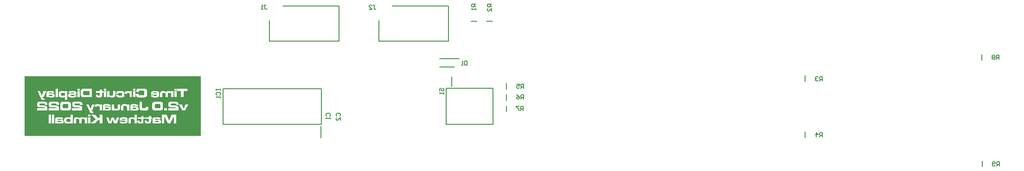
<source format=gbo>
G04 Layer_Color=32896*
%FSLAX25Y25*%
%MOIN*%
G70*
G01*
G75*
%ADD27C,0.00787*%
%ADD28C,0.00500*%
G36*
X134646Y-70573D02*
Y-80017D01*
Y-96366D01*
X7937D01*
Y-80017D01*
Y-70573D01*
Y-53547D01*
X134646D01*
Y-70573D01*
D02*
G37*
%LPC*%
G36*
X79418Y-82961D02*
X78829D01*
X78585Y-82972D01*
X78340Y-82983D01*
X78085Y-82994D01*
X77841Y-83017D01*
X77741Y-83028D01*
X77652Y-83039D01*
X77640D01*
X77618Y-83050D01*
X77574D01*
X77518Y-83072D01*
X77452Y-83083D01*
X77385Y-83105D01*
X77218Y-83172D01*
X77029Y-83250D01*
X76852Y-83361D01*
X76685Y-83494D01*
X76618Y-83561D01*
X76552Y-83650D01*
X76541Y-83672D01*
X76518Y-83694D01*
X76507Y-83739D01*
X76485Y-83783D01*
X76452Y-83850D01*
X76429Y-83928D01*
X76396Y-84017D01*
X76374Y-84117D01*
X76352Y-84228D01*
X76318Y-84350D01*
X76296Y-84483D01*
X76274Y-84639D01*
X76263Y-84805D01*
X76252Y-84983D01*
Y-85183D01*
Y-85205D01*
Y-85239D01*
Y-85283D01*
Y-85339D01*
X76263Y-85416D01*
Y-85516D01*
X76274Y-85628D01*
X80551D01*
Y-85639D01*
Y-85683D01*
Y-85739D01*
X80540Y-85816D01*
X80529Y-85983D01*
X80518Y-86050D01*
X80507Y-86116D01*
Y-86127D01*
X80496Y-86138D01*
X80474Y-86194D01*
X80418Y-86272D01*
X80340Y-86350D01*
X80329Y-86361D01*
X80285Y-86372D01*
X80218Y-86405D01*
X80107Y-86439D01*
X79962Y-86472D01*
X79874Y-86483D01*
X79774Y-86494D01*
X79663Y-86505D01*
X79529Y-86516D01*
X79396Y-86527D01*
X78929D01*
X78796Y-86516D01*
X78663D01*
X78529Y-86505D01*
X78418Y-86494D01*
X78407D01*
X78374Y-86483D01*
X78329Y-86472D01*
X78263Y-86461D01*
X78140Y-86416D01*
X78085Y-86383D01*
X78040Y-86350D01*
X78029Y-86327D01*
X77996Y-86283D01*
X77963Y-86194D01*
X77929Y-86061D01*
X76296D01*
Y-86072D01*
Y-86094D01*
X76307Y-86127D01*
Y-86183D01*
X76341Y-86305D01*
X76374Y-86461D01*
X76429Y-86627D01*
X76507Y-86805D01*
X76607Y-86961D01*
X76730Y-87094D01*
X76741Y-87105D01*
X76785Y-87138D01*
X76863Y-87183D01*
X76963Y-87238D01*
X77085Y-87305D01*
X77241Y-87361D01*
X77429Y-87416D01*
X77629Y-87461D01*
X77652D01*
X77685Y-87472D01*
X77741Y-87483D01*
X77796D01*
X77874Y-87494D01*
X77963Y-87505D01*
X78063Y-87516D01*
X78174Y-87527D01*
X78307Y-87538D01*
X78452Y-87550D01*
X78607D01*
X78774Y-87561D01*
X78952Y-87572D01*
X79696D01*
X79907Y-87561D01*
X80140Y-87550D01*
X80385Y-87538D01*
X80618Y-87516D01*
X80829Y-87483D01*
X80851D01*
X80918Y-87461D01*
X81007Y-87438D01*
X81118Y-87405D01*
X81251Y-87361D01*
X81385Y-87305D01*
X81518Y-87238D01*
X81640Y-87161D01*
X81651Y-87150D01*
X81696Y-87116D01*
X81740Y-87061D01*
X81807Y-86994D01*
X81884Y-86905D01*
X81951Y-86794D01*
X82018Y-86672D01*
X82073Y-86527D01*
Y-86505D01*
X82096Y-86450D01*
X82107Y-86361D01*
X82129Y-86227D01*
X82151Y-86050D01*
X82162Y-85839D01*
X82184Y-85583D01*
Y-85294D01*
Y-85283D01*
Y-85272D01*
Y-85239D01*
Y-85194D01*
Y-85083D01*
X82173Y-84939D01*
Y-84794D01*
X82162Y-84639D01*
X82151Y-84494D01*
X82140Y-84361D01*
Y-84350D01*
X82129Y-84305D01*
X82118Y-84250D01*
X82107Y-84172D01*
X82085Y-84083D01*
X82051Y-83983D01*
X81973Y-83783D01*
Y-83772D01*
X81962Y-83761D01*
X81918Y-83694D01*
X81851Y-83605D01*
X81751Y-83505D01*
X81618Y-83383D01*
X81462Y-83272D01*
X81251Y-83183D01*
X81018Y-83105D01*
X81007D01*
X80985Y-83094D01*
X80951D01*
X80907Y-83083D01*
X80840Y-83072D01*
X80762Y-83061D01*
X80673Y-83050D01*
X80573Y-83028D01*
X80451Y-83017D01*
X80318Y-83005D01*
X80163Y-82994D01*
X79996Y-82983D01*
X79818Y-82972D01*
X79629D01*
X79418Y-82961D01*
D02*
G37*
G36*
X76730Y-73673D02*
X75096D01*
Y-75684D01*
Y-75706D01*
Y-75762D01*
Y-75851D01*
X75085Y-75951D01*
X75074Y-76173D01*
X75063Y-76273D01*
X75052Y-76362D01*
Y-76373D01*
X75041Y-76395D01*
X75030Y-76428D01*
X75007Y-76473D01*
X74963Y-76584D01*
X74874Y-76695D01*
X74863D01*
X74852Y-76717D01*
X74819Y-76740D01*
X74774Y-76773D01*
X74663Y-76828D01*
X74519Y-76884D01*
X74507D01*
X74474Y-76895D01*
X74419D01*
X74341Y-76906D01*
X74241Y-76917D01*
X74130D01*
X73985Y-76928D01*
X73685D01*
X73552Y-76917D01*
X73385Y-76895D01*
X73208Y-76873D01*
X73030Y-76828D01*
X72863Y-76773D01*
X72796Y-76740D01*
X72741Y-76695D01*
X72730Y-76684D01*
X72708Y-76662D01*
X72685Y-76628D01*
X72641Y-76584D01*
X72608Y-76528D01*
X72563Y-76462D01*
X72530Y-76384D01*
X72508Y-76295D01*
Y-76284D01*
X72497Y-76251D01*
X72486Y-76184D01*
X72474Y-76095D01*
X72463Y-75984D01*
X72452Y-75828D01*
X72441Y-75651D01*
Y-75440D01*
Y-73673D01*
X70808D01*
Y-78051D01*
X72341D01*
Y-77395D01*
X72430D01*
X72441Y-77417D01*
X72463Y-77462D01*
X72519Y-77539D01*
X72585Y-77628D01*
X72674Y-77728D01*
X72774Y-77828D01*
X72908Y-77917D01*
X73052Y-77995D01*
X73074Y-78006D01*
X73130Y-78017D01*
X73230Y-78051D01*
X73363Y-78073D01*
X73541Y-78106D01*
X73763Y-78139D01*
X74019Y-78150D01*
X74308Y-78162D01*
X74496D01*
X74574Y-78150D01*
X74741D01*
X74930Y-78128D01*
X75141Y-78106D01*
X75341Y-78084D01*
X75519Y-78039D01*
X75541Y-78028D01*
X75596Y-78017D01*
X75674Y-77984D01*
X75774Y-77939D01*
X75896Y-77884D01*
X76018Y-77806D01*
X76141Y-77717D01*
X76252Y-77617D01*
X76263Y-77606D01*
X76296Y-77562D01*
X76352Y-77495D01*
X76407Y-77417D01*
X76474Y-77317D01*
X76541Y-77195D01*
X76596Y-77073D01*
X76641Y-76939D01*
Y-76917D01*
X76652Y-76873D01*
X76663Y-76773D01*
X76685Y-76639D01*
X76696Y-76473D01*
X76707Y-76373D01*
X76718Y-76251D01*
Y-76128D01*
X76730Y-75995D01*
Y-75840D01*
Y-75684D01*
Y-73673D01*
D02*
G37*
G36*
X58553D02*
X56765D01*
X55520Y-76862D01*
X54132Y-73673D01*
X52310D01*
X54643Y-78606D01*
Y-78617D01*
X54654Y-78639D01*
X54676Y-78673D01*
X54698Y-78717D01*
X54754Y-78839D01*
X54832Y-78984D01*
X54909Y-79139D01*
X54976Y-79284D01*
X55043Y-79406D01*
X55076Y-79450D01*
X55098Y-79484D01*
Y-79495D01*
X55120Y-79506D01*
X55176Y-79584D01*
X55276Y-79672D01*
X55409Y-79773D01*
X55432Y-79784D01*
X55476Y-79806D01*
X55576Y-79850D01*
X55698Y-79895D01*
X55865Y-79939D01*
X56065Y-79984D01*
X56309Y-80006D01*
X56598Y-80017D01*
X56887D01*
X56998Y-80006D01*
X57220D01*
X57298Y-79995D01*
Y-78861D01*
X56876D01*
X56798Y-78850D01*
X56709Y-78839D01*
X56509Y-78795D01*
X56409Y-78762D01*
X56331Y-78706D01*
X56320Y-78695D01*
X56298Y-78673D01*
X56265Y-78628D01*
X56209Y-78562D01*
X56154Y-78473D01*
X56087Y-78361D01*
X56020Y-78217D01*
X55943Y-78051D01*
X56609D01*
X58553Y-73673D01*
D02*
G37*
G36*
X60276Y-73562D02*
X60187D01*
X60120Y-73573D01*
X60031D01*
X59942Y-73584D01*
X59731Y-73606D01*
X59509Y-73662D01*
X59276Y-73729D01*
X59065Y-73817D01*
X58976Y-73884D01*
X58898Y-73951D01*
X58876Y-73973D01*
X58831Y-74029D01*
X58776Y-74129D01*
X58742Y-74195D01*
X58698Y-74273D01*
X58665Y-74362D01*
X58631Y-74462D01*
X58598Y-74573D01*
X58565Y-74695D01*
X58542Y-74828D01*
X58520Y-74984D01*
X58509Y-75151D01*
Y-75328D01*
Y-75340D01*
Y-75384D01*
Y-75428D01*
Y-75473D01*
X58520Y-75540D01*
Y-75617D01*
X60065D01*
Y-75595D01*
Y-75551D01*
Y-75484D01*
X60076Y-75406D01*
X60098Y-75229D01*
X60120Y-75151D01*
X60142Y-75084D01*
X60153Y-75073D01*
X60176Y-75040D01*
X60220Y-74995D01*
X60298Y-74940D01*
X60398Y-74884D01*
X60531Y-74840D01*
X60709Y-74806D01*
X60920Y-74795D01*
X61020D01*
X61120Y-74806D01*
X61242Y-74840D01*
X61387Y-74873D01*
X61520Y-74928D01*
X61642Y-75006D01*
X61753Y-75117D01*
Y-75129D01*
X61775Y-75140D01*
X61798Y-75184D01*
X61820Y-75229D01*
X61875Y-75351D01*
X61920Y-75506D01*
Y-75517D01*
Y-75551D01*
X61931Y-75606D01*
Y-75684D01*
X61942Y-75784D01*
Y-75917D01*
X61953Y-76062D01*
Y-76240D01*
Y-78051D01*
X63586D01*
Y-73673D01*
X62053D01*
Y-74329D01*
X61975D01*
X61964Y-74306D01*
X61931Y-74262D01*
X61887Y-74184D01*
X61809Y-74095D01*
X61720Y-74006D01*
X61620Y-73906D01*
X61498Y-73817D01*
X61364Y-73740D01*
X61342Y-73729D01*
X61298Y-73706D01*
X61209Y-73684D01*
X61087Y-73651D01*
X60931Y-73618D01*
X60742Y-73584D01*
X60520Y-73573D01*
X60276Y-73562D01*
D02*
G37*
G36*
X79885D02*
X79685D01*
X79607Y-73573D01*
X79429D01*
X79240Y-73595D01*
X79029Y-73618D01*
X78829Y-73651D01*
X78651Y-73695D01*
X78629D01*
X78574Y-73718D01*
X78496Y-73751D01*
X78385Y-73795D01*
X78274Y-73851D01*
X78140Y-73929D01*
X78018Y-74018D01*
X77907Y-74117D01*
X77896Y-74129D01*
X77863Y-74173D01*
X77807Y-74240D01*
X77741Y-74318D01*
X77685Y-74418D01*
X77618Y-74540D01*
X77563Y-74662D01*
X77518Y-74795D01*
Y-74817D01*
X77507Y-74862D01*
X77485Y-74962D01*
X77463Y-75095D01*
X77452Y-75262D01*
X77441Y-75373D01*
X77429Y-75484D01*
Y-75606D01*
X77418Y-75751D01*
Y-75895D01*
Y-76062D01*
Y-78051D01*
X79052D01*
Y-76062D01*
Y-76051D01*
Y-76039D01*
Y-75973D01*
Y-75884D01*
Y-75773D01*
X79063Y-75662D01*
X79074Y-75540D01*
X79085Y-75440D01*
X79096Y-75351D01*
Y-75340D01*
X79107Y-75317D01*
X79118Y-75284D01*
X79129Y-75240D01*
X79185Y-75140D01*
X79263Y-75040D01*
X79274Y-75029D01*
X79318Y-75006D01*
X79385Y-74962D01*
X79496Y-74917D01*
X79640Y-74873D01*
X79729Y-74851D01*
X79829Y-74828D01*
X79940Y-74817D01*
X80074Y-74806D01*
X80207Y-74795D01*
X80496D01*
X80573Y-74806D01*
X80651D01*
X80829Y-74828D01*
X81018Y-74862D01*
X81196Y-74917D01*
X81362Y-74984D01*
X81440Y-75029D01*
X81496Y-75084D01*
X81507Y-75095D01*
X81518Y-75117D01*
X81540Y-75151D01*
X81573Y-75195D01*
X81640Y-75317D01*
X81684Y-75484D01*
Y-75495D01*
X81696Y-75529D01*
Y-75584D01*
X81707Y-75673D01*
X81718Y-75784D01*
Y-75928D01*
X81729Y-76095D01*
Y-76306D01*
Y-78051D01*
X83362D01*
Y-73673D01*
X81829D01*
Y-74340D01*
X81740D01*
X81729Y-74318D01*
X81696Y-74273D01*
X81651Y-74195D01*
X81573Y-74106D01*
X81485Y-74006D01*
X81374Y-73906D01*
X81240Y-73817D01*
X81096Y-73740D01*
X81073Y-73729D01*
X81018Y-73706D01*
X80918Y-73684D01*
X80785Y-73651D01*
X80618Y-73618D01*
X80407Y-73584D01*
X80163Y-73573D01*
X79885Y-73562D01*
D02*
G37*
G36*
X110359Y-76406D02*
X108382D01*
Y-78051D01*
X110359D01*
Y-76406D01*
D02*
G37*
G36*
X125580Y-73673D02*
X123736D01*
X122369Y-76784D01*
X121025Y-73673D01*
X119170D01*
X121325Y-78051D01*
X123436D01*
X125580Y-73673D01*
D02*
G37*
G36*
X86862Y-73562D02*
X86229D01*
X86006Y-73573D01*
X85762Y-73584D01*
X85518Y-73595D01*
X85306Y-73618D01*
X85206Y-73640D01*
X85129Y-73651D01*
X85106D01*
X85062Y-73662D01*
X84984Y-73695D01*
X84895Y-73729D01*
X84784Y-73773D01*
X84673Y-73829D01*
X84562Y-73906D01*
X84451Y-74006D01*
X84440Y-74018D01*
X84418Y-74040D01*
X84384Y-74084D01*
X84340Y-74151D01*
X84284Y-74229D01*
X84240Y-74318D01*
X84195Y-74418D01*
X84162Y-74529D01*
Y-74540D01*
X84151Y-74584D01*
X84129Y-74651D01*
X84118Y-74751D01*
X84095Y-74884D01*
X84084Y-75040D01*
X84073Y-75217D01*
Y-75428D01*
Y-78051D01*
X85651D01*
Y-77451D01*
X85729D01*
X85740Y-77473D01*
X85762Y-77517D01*
X85806Y-77584D01*
X85862Y-77662D01*
X85940Y-77762D01*
X86040Y-77851D01*
X86162Y-77939D01*
X86295Y-78006D01*
X86306D01*
X86329Y-78017D01*
X86384Y-78028D01*
X86451Y-78051D01*
X86528Y-78062D01*
X86629Y-78084D01*
X86751Y-78106D01*
X86884Y-78117D01*
X86906D01*
X86951Y-78128D01*
X87040D01*
X87173Y-78139D01*
X87340Y-78150D01*
X87539D01*
X87784Y-78162D01*
X88295D01*
X88450Y-78150D01*
X88606Y-78139D01*
X88784Y-78128D01*
X88951Y-78106D01*
X89095Y-78073D01*
X89106D01*
X89151Y-78062D01*
X89217Y-78039D01*
X89295Y-78006D01*
X89484Y-77917D01*
X89573Y-77862D01*
X89662Y-77795D01*
X89673Y-77784D01*
X89706Y-77739D01*
X89762Y-77662D01*
X89817Y-77562D01*
X89873Y-77417D01*
X89928Y-77250D01*
X89961Y-77051D01*
X89973Y-76806D01*
Y-76795D01*
Y-76773D01*
Y-76728D01*
X89961Y-76684D01*
X89950Y-76551D01*
X89928Y-76384D01*
X89884Y-76206D01*
X89817Y-76028D01*
X89728Y-75851D01*
X89606Y-75706D01*
X89595Y-75695D01*
X89550Y-75662D01*
X89484Y-75617D01*
X89395Y-75562D01*
X89284Y-75506D01*
X89151Y-75451D01*
X88995Y-75395D01*
X88817Y-75362D01*
X88795D01*
X88762Y-75351D01*
X88717D01*
X88662Y-75340D01*
X88595Y-75328D01*
X88506D01*
X88406Y-75317D01*
X88295Y-75306D01*
X88162Y-75295D01*
X88017D01*
X87851Y-75284D01*
X87673D01*
X87473Y-75273D01*
X86829D01*
X86706Y-75284D01*
X86573D01*
X86440Y-75295D01*
X86317Y-75317D01*
X86217Y-75340D01*
X86206D01*
X86173Y-75351D01*
X86128Y-75373D01*
X86073Y-75395D01*
X86006Y-75440D01*
X85928Y-75484D01*
X85862Y-75540D01*
X85784Y-75617D01*
X85706D01*
Y-75395D01*
Y-75384D01*
Y-75373D01*
Y-75317D01*
X85717Y-75229D01*
X85729Y-75117D01*
X85751Y-75017D01*
X85795Y-74906D01*
X85840Y-74817D01*
X85906Y-74751D01*
X85917Y-74740D01*
X85951Y-74729D01*
X86006Y-74706D01*
X86095Y-74684D01*
X86217Y-74662D01*
X86384Y-74640D01*
X86473Y-74629D01*
X86584Y-74617D01*
X87128D01*
X87306Y-74629D01*
X87495Y-74640D01*
X87673Y-74651D01*
X87817Y-74673D01*
X87884Y-74684D01*
X87928Y-74695D01*
X87940D01*
X87962Y-74706D01*
X87995Y-74729D01*
X88039Y-74762D01*
X88084Y-74806D01*
X88117Y-74873D01*
X88151Y-74951D01*
X88173Y-75051D01*
X89806D01*
Y-75040D01*
Y-75029D01*
X89795Y-74973D01*
X89784Y-74873D01*
X89762Y-74762D01*
X89739Y-74640D01*
X89695Y-74518D01*
X89650Y-74395D01*
X89584Y-74284D01*
X89573Y-74262D01*
X89528Y-74217D01*
X89461Y-74140D01*
X89362Y-74051D01*
X89239Y-73962D01*
X89084Y-73862D01*
X88895Y-73784D01*
X88684Y-73718D01*
X88673D01*
X88651Y-73706D01*
X88617D01*
X88562Y-73695D01*
X88495Y-73684D01*
X88406Y-73673D01*
X88306Y-73651D01*
X88184Y-73640D01*
X88051Y-73629D01*
X87895Y-73606D01*
X87728Y-73595D01*
X87539Y-73584D01*
X87328Y-73573D01*
X87106D01*
X86862Y-73562D01*
D02*
G37*
G36*
X21357Y-71807D02*
X19913D01*
X19502Y-71818D01*
X19302D01*
X19113Y-71829D01*
X18924D01*
X18769Y-71840D01*
X18624D01*
X18513Y-71851D01*
X18491D01*
X18424Y-71862D01*
X18324Y-71873D01*
X18213Y-71895D01*
X18080Y-71929D01*
X17935Y-71962D01*
X17802Y-72018D01*
X17680Y-72073D01*
X17669Y-72084D01*
X17624Y-72107D01*
X17569Y-72151D01*
X17491Y-72218D01*
X17424Y-72295D01*
X17346Y-72395D01*
X17269Y-72507D01*
X17213Y-72640D01*
X17202Y-72662D01*
X17191Y-72707D01*
X17169Y-72795D01*
X17146Y-72918D01*
X17124Y-73073D01*
X17102Y-73262D01*
X17080Y-73495D01*
Y-73762D01*
Y-73773D01*
Y-73784D01*
Y-73851D01*
Y-73951D01*
X17091Y-74073D01*
Y-74206D01*
X17102Y-74351D01*
X17124Y-74495D01*
X17146Y-74617D01*
Y-74629D01*
X17158Y-74673D01*
X17169Y-74729D01*
X17191Y-74795D01*
X17258Y-74973D01*
X17358Y-75151D01*
X17369Y-75162D01*
X17391Y-75195D01*
X17435Y-75251D01*
X17502Y-75306D01*
X17569Y-75373D01*
X17658Y-75451D01*
X17769Y-75506D01*
X17880Y-75562D01*
X17891D01*
X17902Y-75573D01*
X17935Y-75584D01*
X17980Y-75595D01*
X18035Y-75606D01*
X18102Y-75629D01*
X18258Y-75662D01*
X18458Y-75706D01*
X18691Y-75751D01*
X18958Y-75784D01*
X19246Y-75806D01*
X19335D01*
X19424Y-75817D01*
X19557Y-75828D01*
X19713D01*
X19891Y-75840D01*
X20080Y-75851D01*
X20280Y-75873D01*
X20702Y-75895D01*
X20913Y-75906D01*
X21113Y-75928D01*
X21302Y-75940D01*
X21479Y-75951D01*
X21624Y-75962D01*
X21746Y-75973D01*
X21768D01*
X21835Y-75984D01*
X21935Y-75995D01*
X22046Y-76006D01*
X22168Y-76028D01*
X22279Y-76051D01*
X22368Y-76073D01*
X22435Y-76106D01*
X22457Y-76117D01*
X22490Y-76151D01*
X22546Y-76206D01*
X22579Y-76273D01*
Y-76295D01*
X22590Y-76317D01*
Y-76351D01*
X22602Y-76395D01*
Y-76462D01*
X22613Y-76539D01*
X22624Y-76628D01*
X16980D01*
Y-78051D01*
X24346D01*
Y-78039D01*
Y-77984D01*
Y-77917D01*
Y-77828D01*
X24357Y-77728D01*
Y-77606D01*
Y-77350D01*
Y-77339D01*
Y-77306D01*
Y-77250D01*
Y-77173D01*
Y-77084D01*
Y-76984D01*
X24346Y-76762D01*
Y-76506D01*
X24324Y-76262D01*
X24313Y-76028D01*
X24301Y-75917D01*
X24290Y-75828D01*
Y-75817D01*
X24279Y-75795D01*
X24268Y-75751D01*
X24257Y-75684D01*
X24235Y-75617D01*
X24201Y-75540D01*
X24113Y-75373D01*
X24057Y-75273D01*
X23990Y-75184D01*
X23912Y-75095D01*
X23812Y-75006D01*
X23712Y-74928D01*
X23590Y-74862D01*
X23457Y-74795D01*
X23302Y-74751D01*
X23290D01*
X23246Y-74740D01*
X23179Y-74729D01*
X23090Y-74706D01*
X23001Y-74684D01*
X22890Y-74673D01*
X22679Y-74640D01*
X22668D01*
X22613Y-74629D01*
X22579D01*
X22524Y-74617D01*
X22457D01*
X22368Y-74606D01*
X22279Y-74595D01*
X22168Y-74584D01*
X22035Y-74573D01*
X21879Y-74562D01*
X21713Y-74551D01*
X21524Y-74529D01*
X21302Y-74518D01*
X21068Y-74495D01*
X21013D01*
X20946Y-74484D01*
X20857D01*
X20757Y-74473D01*
X20646Y-74462D01*
X20380Y-74451D01*
X20113Y-74429D01*
X19991Y-74418D01*
X19869Y-74406D01*
X19757D01*
X19657Y-74395D01*
X19580Y-74384D01*
X19513D01*
X19480Y-74373D01*
X19435D01*
X19380Y-74362D01*
X19246Y-74329D01*
X19113Y-74295D01*
X19102D01*
X19091Y-74284D01*
X19024Y-74251D01*
X18946Y-74206D01*
X18891Y-74140D01*
X18880Y-74117D01*
X18869Y-74095D01*
X18857Y-74062D01*
Y-74006D01*
X18846Y-73951D01*
X18835Y-73873D01*
Y-73784D01*
Y-73773D01*
Y-73740D01*
Y-73695D01*
X18846Y-73640D01*
X18857Y-73506D01*
X18880Y-73451D01*
X18902Y-73406D01*
Y-73395D01*
X18913Y-73384D01*
X18946Y-73340D01*
X19024Y-73284D01*
X19124Y-73240D01*
X19135D01*
X19169Y-73229D01*
X19202Y-73218D01*
X19246D01*
X19302Y-73207D01*
X19380Y-73195D01*
X19457D01*
X19557Y-73184D01*
X19669D01*
X19802Y-73173D01*
X19957D01*
X20124Y-73162D01*
X21113D01*
X21346Y-73173D01*
X21590Y-73184D01*
X21813Y-73195D01*
X21902D01*
X21991Y-73207D01*
X22013D01*
X22057Y-73218D01*
X22124D01*
X22213Y-73229D01*
X22290Y-73251D01*
X22379Y-73273D01*
X22446Y-73295D01*
X22502Y-73329D01*
X22513Y-73340D01*
X22546Y-73384D01*
X22579Y-73451D01*
X22602Y-73540D01*
Y-73551D01*
Y-73573D01*
Y-73606D01*
Y-73673D01*
X22613Y-73751D01*
Y-73862D01*
Y-74006D01*
Y-74173D01*
X24435D01*
Y-74162D01*
Y-74140D01*
Y-74106D01*
Y-74051D01*
Y-73918D01*
X24424Y-73762D01*
Y-73573D01*
X24412Y-73395D01*
X24401Y-73207D01*
X24379Y-73051D01*
Y-73040D01*
X24368Y-73018D01*
Y-72984D01*
X24357Y-72940D01*
X24313Y-72818D01*
X24257Y-72673D01*
X24179Y-72518D01*
X24068Y-72362D01*
X23935Y-72218D01*
X23757Y-72107D01*
X23746Y-72096D01*
X23690Y-72084D01*
X23613Y-72051D01*
X23502Y-72018D01*
X23368Y-71973D01*
X23201Y-71940D01*
X23013Y-71907D01*
X22790Y-71873D01*
X22757D01*
X22724Y-71862D01*
X22613D01*
X22524Y-71851D01*
X22435D01*
X22324Y-71840D01*
X22202Y-71829D01*
X22057D01*
X21913Y-71818D01*
X21557D01*
X21357Y-71807D01*
D02*
G37*
G36*
X29756D02*
X28312D01*
X27901Y-71818D01*
X27701D01*
X27512Y-71829D01*
X27323D01*
X27168Y-71840D01*
X27023D01*
X26912Y-71851D01*
X26890D01*
X26823Y-71862D01*
X26723Y-71873D01*
X26612Y-71895D01*
X26479Y-71929D01*
X26335Y-71962D01*
X26201Y-72018D01*
X26079Y-72073D01*
X26068Y-72084D01*
X26023Y-72107D01*
X25968Y-72151D01*
X25890Y-72218D01*
X25824Y-72295D01*
X25746Y-72395D01*
X25668Y-72507D01*
X25612Y-72640D01*
X25601Y-72662D01*
X25590Y-72707D01*
X25568Y-72795D01*
X25546Y-72918D01*
X25523Y-73073D01*
X25501Y-73262D01*
X25479Y-73495D01*
Y-73762D01*
Y-73773D01*
Y-73784D01*
Y-73851D01*
Y-73951D01*
X25490Y-74073D01*
Y-74206D01*
X25501Y-74351D01*
X25523Y-74495D01*
X25546Y-74617D01*
Y-74629D01*
X25557Y-74673D01*
X25568Y-74729D01*
X25590Y-74795D01*
X25657Y-74973D01*
X25757Y-75151D01*
X25768Y-75162D01*
X25790Y-75195D01*
X25835Y-75251D01*
X25901Y-75306D01*
X25968Y-75373D01*
X26057Y-75451D01*
X26168Y-75506D01*
X26279Y-75562D01*
X26290D01*
X26301Y-75573D01*
X26335Y-75584D01*
X26379Y-75595D01*
X26434Y-75606D01*
X26501Y-75629D01*
X26657Y-75662D01*
X26857Y-75706D01*
X27090Y-75751D01*
X27357Y-75784D01*
X27645Y-75806D01*
X27734D01*
X27823Y-75817D01*
X27957Y-75828D01*
X28112D01*
X28290Y-75840D01*
X28479Y-75851D01*
X28679Y-75873D01*
X29101Y-75895D01*
X29312Y-75906D01*
X29512Y-75928D01*
X29701Y-75940D01*
X29879Y-75951D01*
X30023Y-75962D01*
X30145Y-75973D01*
X30167D01*
X30234Y-75984D01*
X30334Y-75995D01*
X30445Y-76006D01*
X30567Y-76028D01*
X30678Y-76051D01*
X30767Y-76073D01*
X30834Y-76106D01*
X30856Y-76117D01*
X30890Y-76151D01*
X30945Y-76206D01*
X30979Y-76273D01*
Y-76295D01*
X30990Y-76317D01*
Y-76351D01*
X31001Y-76395D01*
Y-76462D01*
X31012Y-76539D01*
X31023Y-76628D01*
X25379D01*
Y-78051D01*
X32745D01*
Y-78039D01*
Y-77984D01*
Y-77917D01*
Y-77828D01*
X32756Y-77728D01*
Y-77606D01*
Y-77350D01*
Y-77339D01*
Y-77306D01*
Y-77250D01*
Y-77173D01*
Y-77084D01*
Y-76984D01*
X32745Y-76762D01*
Y-76506D01*
X32723Y-76262D01*
X32712Y-76028D01*
X32700Y-75917D01*
X32689Y-75828D01*
Y-75817D01*
X32678Y-75795D01*
X32667Y-75751D01*
X32656Y-75684D01*
X32634Y-75617D01*
X32601Y-75540D01*
X32512Y-75373D01*
X32456Y-75273D01*
X32390Y-75184D01*
X32312Y-75095D01*
X32212Y-75006D01*
X32112Y-74928D01*
X31989Y-74862D01*
X31856Y-74795D01*
X31701Y-74751D01*
X31690D01*
X31645Y-74740D01*
X31578Y-74729D01*
X31490Y-74706D01*
X31401Y-74684D01*
X31290Y-74673D01*
X31078Y-74640D01*
X31067D01*
X31012Y-74629D01*
X30979D01*
X30923Y-74617D01*
X30856D01*
X30767Y-74606D01*
X30678Y-74595D01*
X30567Y-74584D01*
X30434Y-74573D01*
X30279Y-74562D01*
X30112Y-74551D01*
X29923Y-74529D01*
X29701Y-74518D01*
X29467Y-74495D01*
X29412D01*
X29345Y-74484D01*
X29256D01*
X29157Y-74473D01*
X29045Y-74462D01*
X28779Y-74451D01*
X28512Y-74429D01*
X28390Y-74418D01*
X28268Y-74406D01*
X28157D01*
X28057Y-74395D01*
X27979Y-74384D01*
X27912D01*
X27879Y-74373D01*
X27834D01*
X27779Y-74362D01*
X27645Y-74329D01*
X27512Y-74295D01*
X27501D01*
X27490Y-74284D01*
X27423Y-74251D01*
X27345Y-74206D01*
X27290Y-74140D01*
X27279Y-74117D01*
X27268Y-74095D01*
X27257Y-74062D01*
Y-74006D01*
X27246Y-73951D01*
X27234Y-73873D01*
Y-73784D01*
Y-73773D01*
Y-73740D01*
Y-73695D01*
X27246Y-73640D01*
X27257Y-73506D01*
X27279Y-73451D01*
X27301Y-73406D01*
Y-73395D01*
X27312Y-73384D01*
X27345Y-73340D01*
X27423Y-73284D01*
X27523Y-73240D01*
X27534D01*
X27568Y-73229D01*
X27601Y-73218D01*
X27645D01*
X27701Y-73207D01*
X27779Y-73195D01*
X27857D01*
X27957Y-73184D01*
X28068D01*
X28201Y-73173D01*
X28357D01*
X28523Y-73162D01*
X29512D01*
X29745Y-73173D01*
X29990Y-73184D01*
X30212Y-73195D01*
X30301D01*
X30390Y-73207D01*
X30412D01*
X30456Y-73218D01*
X30523D01*
X30612Y-73229D01*
X30690Y-73251D01*
X30779Y-73273D01*
X30845Y-73295D01*
X30901Y-73329D01*
X30912Y-73340D01*
X30945Y-73384D01*
X30979Y-73451D01*
X31001Y-73540D01*
Y-73551D01*
Y-73573D01*
Y-73606D01*
Y-73673D01*
X31012Y-73751D01*
Y-73862D01*
Y-74006D01*
Y-74173D01*
X32834D01*
Y-74162D01*
Y-74140D01*
Y-74106D01*
Y-74051D01*
Y-73918D01*
X32823Y-73762D01*
Y-73573D01*
X32812Y-73395D01*
X32800Y-73207D01*
X32778Y-73051D01*
Y-73040D01*
X32767Y-73018D01*
Y-72984D01*
X32756Y-72940D01*
X32712Y-72818D01*
X32656Y-72673D01*
X32578Y-72518D01*
X32467Y-72362D01*
X32334Y-72218D01*
X32156Y-72107D01*
X32145Y-72096D01*
X32089Y-72084D01*
X32012Y-72051D01*
X31901Y-72018D01*
X31767Y-71973D01*
X31601Y-71940D01*
X31412Y-71907D01*
X31190Y-71873D01*
X31156D01*
X31123Y-71862D01*
X31012D01*
X30923Y-71851D01*
X30834D01*
X30723Y-71840D01*
X30601Y-71829D01*
X30456D01*
X30312Y-71818D01*
X29956D01*
X29756Y-71807D01*
D02*
G37*
G36*
X46555D02*
X45110D01*
X44699Y-71818D01*
X44499D01*
X44311Y-71829D01*
X44122D01*
X43966Y-71840D01*
X43822D01*
X43711Y-71851D01*
X43688D01*
X43622Y-71862D01*
X43522Y-71873D01*
X43411Y-71895D01*
X43277Y-71929D01*
X43133Y-71962D01*
X43000Y-72018D01*
X42877Y-72073D01*
X42866Y-72084D01*
X42822Y-72107D01*
X42766Y-72151D01*
X42688Y-72218D01*
X42622Y-72295D01*
X42544Y-72395D01*
X42466Y-72507D01*
X42411Y-72640D01*
X42400Y-72662D01*
X42388Y-72707D01*
X42366Y-72795D01*
X42344Y-72918D01*
X42322Y-73073D01*
X42300Y-73262D01*
X42277Y-73495D01*
Y-73762D01*
Y-73773D01*
Y-73784D01*
Y-73851D01*
Y-73951D01*
X42289Y-74073D01*
Y-74206D01*
X42300Y-74351D01*
X42322Y-74495D01*
X42344Y-74617D01*
Y-74629D01*
X42355Y-74673D01*
X42366Y-74729D01*
X42388Y-74795D01*
X42455Y-74973D01*
X42555Y-75151D01*
X42566Y-75162D01*
X42588Y-75195D01*
X42633Y-75251D01*
X42700Y-75306D01*
X42766Y-75373D01*
X42855Y-75451D01*
X42966Y-75506D01*
X43077Y-75562D01*
X43088D01*
X43099Y-75573D01*
X43133Y-75584D01*
X43177Y-75595D01*
X43233Y-75606D01*
X43299Y-75629D01*
X43455Y-75662D01*
X43655Y-75706D01*
X43888Y-75751D01*
X44155Y-75784D01*
X44444Y-75806D01*
X44533D01*
X44622Y-75817D01*
X44755Y-75828D01*
X44910D01*
X45088Y-75840D01*
X45277Y-75851D01*
X45477Y-75873D01*
X45899Y-75895D01*
X46110Y-75906D01*
X46310Y-75928D01*
X46499Y-75940D01*
X46677Y-75951D01*
X46821Y-75962D01*
X46944Y-75973D01*
X46966D01*
X47032Y-75984D01*
X47132Y-75995D01*
X47243Y-76006D01*
X47366Y-76028D01*
X47477Y-76051D01*
X47566Y-76073D01*
X47632Y-76106D01*
X47655Y-76117D01*
X47688Y-76151D01*
X47743Y-76206D01*
X47777Y-76273D01*
Y-76295D01*
X47788Y-76317D01*
Y-76351D01*
X47799Y-76395D01*
Y-76462D01*
X47810Y-76539D01*
X47821Y-76628D01*
X42177D01*
Y-78051D01*
X49543D01*
Y-78039D01*
Y-77984D01*
Y-77917D01*
Y-77828D01*
X49554Y-77728D01*
Y-77606D01*
Y-77350D01*
Y-77339D01*
Y-77306D01*
Y-77250D01*
Y-77173D01*
Y-77084D01*
Y-76984D01*
X49543Y-76762D01*
Y-76506D01*
X49521Y-76262D01*
X49510Y-76028D01*
X49499Y-75917D01*
X49488Y-75828D01*
Y-75817D01*
X49477Y-75795D01*
X49466Y-75751D01*
X49454Y-75684D01*
X49432Y-75617D01*
X49399Y-75540D01*
X49310Y-75373D01*
X49254Y-75273D01*
X49188Y-75184D01*
X49110Y-75095D01*
X49010Y-75006D01*
X48910Y-74928D01*
X48788Y-74862D01*
X48654Y-74795D01*
X48499Y-74751D01*
X48488D01*
X48443Y-74740D01*
X48377Y-74729D01*
X48288Y-74706D01*
X48199Y-74684D01*
X48088Y-74673D01*
X47877Y-74640D01*
X47866D01*
X47810Y-74629D01*
X47777D01*
X47721Y-74617D01*
X47655D01*
X47566Y-74606D01*
X47477Y-74595D01*
X47366Y-74584D01*
X47232Y-74573D01*
X47077Y-74562D01*
X46910Y-74551D01*
X46721Y-74529D01*
X46499Y-74518D01*
X46266Y-74495D01*
X46210D01*
X46144Y-74484D01*
X46055D01*
X45955Y-74473D01*
X45844Y-74462D01*
X45577Y-74451D01*
X45310Y-74429D01*
X45188Y-74418D01*
X45066Y-74406D01*
X44955D01*
X44855Y-74395D01*
X44777Y-74384D01*
X44710D01*
X44677Y-74373D01*
X44633D01*
X44577Y-74362D01*
X44444Y-74329D01*
X44311Y-74295D01*
X44299D01*
X44288Y-74284D01*
X44222Y-74251D01*
X44144Y-74206D01*
X44088Y-74140D01*
X44077Y-74117D01*
X44066Y-74095D01*
X44055Y-74062D01*
Y-74006D01*
X44044Y-73951D01*
X44033Y-73873D01*
Y-73784D01*
Y-73773D01*
Y-73740D01*
Y-73695D01*
X44044Y-73640D01*
X44055Y-73506D01*
X44077Y-73451D01*
X44099Y-73406D01*
Y-73395D01*
X44111Y-73384D01*
X44144Y-73340D01*
X44222Y-73284D01*
X44322Y-73240D01*
X44333D01*
X44366Y-73229D01*
X44399Y-73218D01*
X44444D01*
X44499Y-73207D01*
X44577Y-73195D01*
X44655D01*
X44755Y-73184D01*
X44866D01*
X44999Y-73173D01*
X45155D01*
X45322Y-73162D01*
X46310D01*
X46544Y-73173D01*
X46788Y-73184D01*
X47010Y-73195D01*
X47099D01*
X47188Y-73207D01*
X47210D01*
X47255Y-73218D01*
X47321D01*
X47410Y-73229D01*
X47488Y-73251D01*
X47577Y-73273D01*
X47644Y-73295D01*
X47699Y-73329D01*
X47710Y-73340D01*
X47743Y-73384D01*
X47777Y-73451D01*
X47799Y-73540D01*
Y-73551D01*
Y-73573D01*
Y-73606D01*
Y-73673D01*
X47810Y-73751D01*
Y-73862D01*
Y-74006D01*
Y-74173D01*
X49632D01*
Y-74162D01*
Y-74140D01*
Y-74106D01*
Y-74051D01*
Y-73918D01*
X49621Y-73762D01*
Y-73573D01*
X49610Y-73395D01*
X49599Y-73207D01*
X49577Y-73051D01*
Y-73040D01*
X49566Y-73018D01*
Y-72984D01*
X49554Y-72940D01*
X49510Y-72818D01*
X49454Y-72673D01*
X49377Y-72518D01*
X49266Y-72362D01*
X49132Y-72218D01*
X48954Y-72107D01*
X48943Y-72096D01*
X48888Y-72084D01*
X48810Y-72051D01*
X48699Y-72018D01*
X48566Y-71973D01*
X48399Y-71940D01*
X48210Y-71907D01*
X47988Y-71873D01*
X47955D01*
X47921Y-71862D01*
X47810D01*
X47721Y-71851D01*
X47632D01*
X47521Y-71840D01*
X47399Y-71829D01*
X47255D01*
X47110Y-71818D01*
X46755D01*
X46555Y-71807D01*
D02*
G37*
G36*
X58698Y-81250D02*
X55821D01*
X59387Y-84328D01*
X55520Y-87461D01*
X58376D01*
X61142Y-85105D01*
X62164D01*
Y-87461D01*
X64042D01*
Y-81295D01*
X62164D01*
Y-83528D01*
X61142D01*
X58698Y-81250D01*
D02*
G37*
G36*
X67086Y-73562D02*
X66453D01*
X66230Y-73573D01*
X65986Y-73584D01*
X65742Y-73595D01*
X65531Y-73618D01*
X65431Y-73640D01*
X65353Y-73651D01*
X65331D01*
X65286Y-73662D01*
X65208Y-73695D01*
X65119Y-73729D01*
X65008Y-73773D01*
X64897Y-73829D01*
X64786Y-73906D01*
X64675Y-74006D01*
X64664Y-74018D01*
X64642Y-74040D01*
X64609Y-74084D01*
X64564Y-74151D01*
X64508Y-74229D01*
X64464Y-74318D01*
X64420Y-74418D01*
X64386Y-74529D01*
Y-74540D01*
X64375Y-74584D01*
X64353Y-74651D01*
X64342Y-74751D01*
X64320Y-74884D01*
X64309Y-75040D01*
X64297Y-75217D01*
Y-75428D01*
Y-78051D01*
X65875D01*
Y-77451D01*
X65953D01*
X65964Y-77473D01*
X65986Y-77517D01*
X66031Y-77584D01*
X66086Y-77662D01*
X66164Y-77762D01*
X66264Y-77851D01*
X66386Y-77939D01*
X66519Y-78006D01*
X66531D01*
X66553Y-78017D01*
X66608Y-78028D01*
X66675Y-78051D01*
X66753Y-78062D01*
X66853Y-78084D01*
X66975Y-78106D01*
X67108Y-78117D01*
X67130D01*
X67175Y-78128D01*
X67264D01*
X67397Y-78139D01*
X67564Y-78150D01*
X67764D01*
X68008Y-78162D01*
X68519D01*
X68675Y-78150D01*
X68830Y-78139D01*
X69008Y-78128D01*
X69175Y-78106D01*
X69319Y-78073D01*
X69330D01*
X69375Y-78062D01*
X69441Y-78039D01*
X69519Y-78006D01*
X69708Y-77917D01*
X69797Y-77862D01*
X69886Y-77795D01*
X69897Y-77784D01*
X69930Y-77739D01*
X69986Y-77662D01*
X70041Y-77562D01*
X70097Y-77417D01*
X70152Y-77250D01*
X70186Y-77051D01*
X70197Y-76806D01*
Y-76795D01*
Y-76773D01*
Y-76728D01*
X70186Y-76684D01*
X70175Y-76551D01*
X70152Y-76384D01*
X70108Y-76206D01*
X70041Y-76028D01*
X69952Y-75851D01*
X69830Y-75706D01*
X69819Y-75695D01*
X69775Y-75662D01*
X69708Y-75617D01*
X69619Y-75562D01*
X69508Y-75506D01*
X69375Y-75451D01*
X69219Y-75395D01*
X69041Y-75362D01*
X69019D01*
X68986Y-75351D01*
X68941D01*
X68886Y-75340D01*
X68819Y-75328D01*
X68730D01*
X68630Y-75317D01*
X68519Y-75306D01*
X68386Y-75295D01*
X68241D01*
X68075Y-75284D01*
X67897D01*
X67697Y-75273D01*
X67053D01*
X66930Y-75284D01*
X66797D01*
X66664Y-75295D01*
X66542Y-75317D01*
X66442Y-75340D01*
X66430D01*
X66397Y-75351D01*
X66353Y-75373D01*
X66297Y-75395D01*
X66230Y-75440D01*
X66153Y-75484D01*
X66086Y-75540D01*
X66008Y-75617D01*
X65931D01*
Y-75395D01*
Y-75384D01*
Y-75373D01*
Y-75317D01*
X65942Y-75229D01*
X65953Y-75117D01*
X65975Y-75017D01*
X66019Y-74906D01*
X66064Y-74817D01*
X66131Y-74751D01*
X66142Y-74740D01*
X66175Y-74729D01*
X66230Y-74706D01*
X66319Y-74684D01*
X66442Y-74662D01*
X66608Y-74640D01*
X66697Y-74629D01*
X66808Y-74617D01*
X67353D01*
X67530Y-74629D01*
X67719Y-74640D01*
X67897Y-74651D01*
X68041Y-74673D01*
X68108Y-74684D01*
X68152Y-74695D01*
X68164D01*
X68186Y-74706D01*
X68219Y-74729D01*
X68264Y-74762D01*
X68308Y-74806D01*
X68341Y-74873D01*
X68375Y-74951D01*
X68397Y-75051D01*
X70030D01*
Y-75040D01*
Y-75029D01*
X70019Y-74973D01*
X70008Y-74873D01*
X69986Y-74762D01*
X69964Y-74640D01*
X69919Y-74518D01*
X69875Y-74395D01*
X69808Y-74284D01*
X69797Y-74262D01*
X69752Y-74217D01*
X69686Y-74140D01*
X69586Y-74051D01*
X69463Y-73962D01*
X69308Y-73862D01*
X69119Y-73784D01*
X68908Y-73718D01*
X68897D01*
X68875Y-73706D01*
X68841D01*
X68786Y-73695D01*
X68719Y-73684D01*
X68630Y-73673D01*
X68530Y-73651D01*
X68408Y-73640D01*
X68275Y-73629D01*
X68119Y-73606D01*
X67953Y-73595D01*
X67764Y-73584D01*
X67553Y-73573D01*
X67330D01*
X67086Y-73562D01*
D02*
G37*
G36*
X93572Y-82072D02*
X91939D01*
Y-83083D01*
X89350D01*
Y-84250D01*
X91939D01*
Y-85527D01*
Y-85550D01*
Y-85605D01*
Y-85694D01*
X91928Y-85794D01*
Y-85905D01*
X91906Y-86016D01*
X91895Y-86105D01*
X91872Y-86172D01*
X91861Y-86183D01*
X91850Y-86205D01*
X91806Y-86238D01*
X91750Y-86283D01*
X91672Y-86327D01*
X91572Y-86361D01*
X91450Y-86383D01*
X91295Y-86394D01*
X91217D01*
X91139Y-86383D01*
X91039Y-86372D01*
X90939Y-86339D01*
X90839Y-86305D01*
X90761Y-86250D01*
X90706Y-86183D01*
X90695Y-86172D01*
X90684Y-86127D01*
X90661Y-86072D01*
X90650Y-86016D01*
Y-85994D01*
Y-85972D01*
X90639Y-85927D01*
Y-85872D01*
Y-85794D01*
Y-85705D01*
Y-85583D01*
X89151D01*
Y-85594D01*
Y-85605D01*
Y-85639D01*
Y-85683D01*
X89162Y-85794D01*
Y-85939D01*
X89173Y-86083D01*
X89184Y-86238D01*
X89206Y-86372D01*
X89228Y-86494D01*
Y-86505D01*
X89239Y-86538D01*
X89250Y-86594D01*
X89284Y-86661D01*
X89317Y-86739D01*
X89350Y-86827D01*
X89406Y-86927D01*
X89473Y-87016D01*
X89484Y-87027D01*
X89517Y-87072D01*
X89573Y-87116D01*
X89650Y-87183D01*
X89750Y-87261D01*
X89862Y-87327D01*
X89995Y-87394D01*
X90150Y-87450D01*
X90173D01*
X90228Y-87472D01*
X90328Y-87483D01*
X90473Y-87505D01*
X90650Y-87527D01*
X90873Y-87550D01*
X91128Y-87561D01*
X91428Y-87572D01*
X91695D01*
X91872Y-87561D01*
X92061Y-87550D01*
X92261Y-87538D01*
X92439Y-87516D01*
X92606Y-87483D01*
X92617D01*
X92672Y-87472D01*
X92739Y-87450D01*
X92828Y-87416D01*
X92917Y-87372D01*
X93028Y-87316D01*
X93128Y-87249D01*
X93217Y-87172D01*
X93228Y-87161D01*
X93250Y-87138D01*
X93272Y-87105D01*
X93317Y-87061D01*
X93395Y-86939D01*
X93472Y-86794D01*
Y-86783D01*
X93483Y-86761D01*
X93494Y-86716D01*
X93517Y-86650D01*
X93528Y-86572D01*
X93550Y-86472D01*
X93561Y-86361D01*
X93572Y-86238D01*
Y-86227D01*
Y-86205D01*
Y-86161D01*
Y-86094D01*
Y-86005D01*
Y-85883D01*
Y-85728D01*
Y-85527D01*
Y-84250D01*
X94439D01*
Y-83083D01*
X93572D01*
Y-82072D01*
D02*
G37*
G36*
X32912Y-82972D02*
X32278D01*
X32056Y-82983D01*
X31812Y-82994D01*
X31567Y-83005D01*
X31356Y-83028D01*
X31256Y-83050D01*
X31179Y-83061D01*
X31156D01*
X31112Y-83072D01*
X31034Y-83105D01*
X30945Y-83139D01*
X30834Y-83183D01*
X30723Y-83239D01*
X30612Y-83317D01*
X30501Y-83417D01*
X30490Y-83428D01*
X30467Y-83450D01*
X30434Y-83494D01*
X30390Y-83561D01*
X30334Y-83639D01*
X30290Y-83728D01*
X30245Y-83828D01*
X30212Y-83939D01*
Y-83950D01*
X30201Y-83994D01*
X30179Y-84061D01*
X30167Y-84161D01*
X30145Y-84294D01*
X30134Y-84450D01*
X30123Y-84628D01*
Y-84839D01*
Y-87461D01*
X31701D01*
Y-86861D01*
X31778D01*
X31789Y-86883D01*
X31812Y-86927D01*
X31856Y-86994D01*
X31912Y-87072D01*
X31989Y-87172D01*
X32089Y-87261D01*
X32212Y-87349D01*
X32345Y-87416D01*
X32356D01*
X32378Y-87427D01*
X32434Y-87438D01*
X32501Y-87461D01*
X32578Y-87472D01*
X32678Y-87494D01*
X32800Y-87516D01*
X32934Y-87527D01*
X32956D01*
X33000Y-87538D01*
X33089D01*
X33223Y-87550D01*
X33389Y-87561D01*
X33589D01*
X33834Y-87572D01*
X34345D01*
X34500Y-87561D01*
X34656Y-87550D01*
X34834Y-87538D01*
X35000Y-87516D01*
X35145Y-87483D01*
X35156D01*
X35200Y-87472D01*
X35267Y-87450D01*
X35345Y-87416D01*
X35534Y-87327D01*
X35623Y-87272D01*
X35711Y-87205D01*
X35723Y-87194D01*
X35756Y-87150D01*
X35811Y-87072D01*
X35867Y-86972D01*
X35922Y-86827D01*
X35978Y-86661D01*
X36011Y-86461D01*
X36022Y-86216D01*
Y-86205D01*
Y-86183D01*
Y-86138D01*
X36011Y-86094D01*
X36000Y-85961D01*
X35978Y-85794D01*
X35934Y-85616D01*
X35867Y-85439D01*
X35778Y-85261D01*
X35656Y-85116D01*
X35645Y-85105D01*
X35600Y-85072D01*
X35534Y-85027D01*
X35445Y-84972D01*
X35334Y-84916D01*
X35200Y-84861D01*
X35045Y-84805D01*
X34867Y-84772D01*
X34845D01*
X34811Y-84761D01*
X34767D01*
X34712Y-84750D01*
X34645Y-84739D01*
X34556D01*
X34456Y-84728D01*
X34345Y-84716D01*
X34212Y-84705D01*
X34067D01*
X33900Y-84694D01*
X33723D01*
X33523Y-84683D01*
X32878D01*
X32756Y-84694D01*
X32623D01*
X32489Y-84705D01*
X32367Y-84728D01*
X32267Y-84750D01*
X32256D01*
X32223Y-84761D01*
X32178Y-84783D01*
X32123Y-84805D01*
X32056Y-84850D01*
X31978Y-84894D01*
X31912Y-84950D01*
X31834Y-85027D01*
X31756D01*
Y-84805D01*
Y-84794D01*
Y-84783D01*
Y-84728D01*
X31767Y-84639D01*
X31778Y-84528D01*
X31801Y-84428D01*
X31845Y-84316D01*
X31890Y-84228D01*
X31956Y-84161D01*
X31967Y-84150D01*
X32001Y-84139D01*
X32056Y-84117D01*
X32145Y-84094D01*
X32267Y-84072D01*
X32434Y-84050D01*
X32523Y-84039D01*
X32634Y-84028D01*
X33178D01*
X33356Y-84039D01*
X33545Y-84050D01*
X33723Y-84061D01*
X33867Y-84083D01*
X33934Y-84094D01*
X33978Y-84105D01*
X33989D01*
X34012Y-84117D01*
X34045Y-84139D01*
X34089Y-84172D01*
X34134Y-84216D01*
X34167Y-84283D01*
X34200Y-84361D01*
X34223Y-84461D01*
X35856D01*
Y-84450D01*
Y-84439D01*
X35845Y-84383D01*
X35834Y-84283D01*
X35811Y-84172D01*
X35789Y-84050D01*
X35745Y-83928D01*
X35700Y-83805D01*
X35634Y-83694D01*
X35623Y-83672D01*
X35578Y-83628D01*
X35511Y-83550D01*
X35411Y-83461D01*
X35289Y-83372D01*
X35134Y-83272D01*
X34945Y-83194D01*
X34734Y-83128D01*
X34723D01*
X34700Y-83117D01*
X34667D01*
X34611Y-83105D01*
X34545Y-83094D01*
X34456Y-83083D01*
X34356Y-83061D01*
X34234Y-83050D01*
X34100Y-83039D01*
X33945Y-83017D01*
X33778Y-83005D01*
X33589Y-82994D01*
X33378Y-82983D01*
X33156D01*
X32912Y-82972D01*
D02*
G37*
G36*
X102938D02*
X102305D01*
X102083Y-82983D01*
X101838Y-82994D01*
X101594Y-83005D01*
X101383Y-83028D01*
X101283Y-83050D01*
X101205Y-83061D01*
X101183D01*
X101138Y-83072D01*
X101060Y-83105D01*
X100971Y-83139D01*
X100860Y-83183D01*
X100749Y-83239D01*
X100638Y-83317D01*
X100527Y-83417D01*
X100516Y-83428D01*
X100494Y-83450D01*
X100460Y-83494D01*
X100416Y-83561D01*
X100360Y-83639D01*
X100316Y-83728D01*
X100272Y-83828D01*
X100238Y-83939D01*
Y-83950D01*
X100227Y-83994D01*
X100205Y-84061D01*
X100194Y-84161D01*
X100172Y-84294D01*
X100161Y-84450D01*
X100149Y-84628D01*
Y-84839D01*
Y-87461D01*
X101727D01*
Y-86861D01*
X101805D01*
X101816Y-86883D01*
X101838Y-86927D01*
X101883Y-86994D01*
X101938Y-87072D01*
X102016Y-87172D01*
X102116Y-87261D01*
X102238Y-87349D01*
X102371Y-87416D01*
X102383D01*
X102405Y-87427D01*
X102460Y-87438D01*
X102527Y-87461D01*
X102605Y-87472D01*
X102705Y-87494D01*
X102827Y-87516D01*
X102960Y-87527D01*
X102982D01*
X103027Y-87538D01*
X103116D01*
X103249Y-87550D01*
X103416Y-87561D01*
X103616D01*
X103860Y-87572D01*
X104371D01*
X104527Y-87561D01*
X104682Y-87550D01*
X104860Y-87538D01*
X105027Y-87516D01*
X105171Y-87483D01*
X105182D01*
X105227Y-87472D01*
X105293Y-87450D01*
X105371Y-87416D01*
X105560Y-87327D01*
X105649Y-87272D01*
X105738Y-87205D01*
X105749Y-87194D01*
X105782Y-87150D01*
X105838Y-87072D01*
X105893Y-86972D01*
X105949Y-86827D01*
X106004Y-86661D01*
X106038Y-86461D01*
X106049Y-86216D01*
Y-86205D01*
Y-86183D01*
Y-86138D01*
X106038Y-86094D01*
X106026Y-85961D01*
X106004Y-85794D01*
X105960Y-85616D01*
X105893Y-85439D01*
X105804Y-85261D01*
X105682Y-85116D01*
X105671Y-85105D01*
X105627Y-85072D01*
X105560Y-85027D01*
X105471Y-84972D01*
X105360Y-84916D01*
X105227Y-84861D01*
X105071Y-84805D01*
X104893Y-84772D01*
X104871D01*
X104838Y-84761D01*
X104793D01*
X104738Y-84750D01*
X104671Y-84739D01*
X104582D01*
X104482Y-84728D01*
X104371Y-84716D01*
X104238Y-84705D01*
X104093D01*
X103927Y-84694D01*
X103749D01*
X103549Y-84683D01*
X102905D01*
X102782Y-84694D01*
X102649D01*
X102516Y-84705D01*
X102394Y-84728D01*
X102294Y-84750D01*
X102283D01*
X102249Y-84761D01*
X102205Y-84783D01*
X102149Y-84805D01*
X102083Y-84850D01*
X102005Y-84894D01*
X101938Y-84950D01*
X101860Y-85027D01*
X101783D01*
Y-84805D01*
Y-84794D01*
Y-84783D01*
Y-84728D01*
X101794Y-84639D01*
X101805Y-84528D01*
X101827Y-84428D01*
X101871Y-84316D01*
X101916Y-84228D01*
X101982Y-84161D01*
X101994Y-84150D01*
X102027Y-84139D01*
X102083Y-84117D01*
X102171Y-84094D01*
X102294Y-84072D01*
X102460Y-84050D01*
X102549Y-84039D01*
X102660Y-84028D01*
X103205D01*
X103382Y-84039D01*
X103571Y-84050D01*
X103749Y-84061D01*
X103893Y-84083D01*
X103960Y-84094D01*
X104005Y-84105D01*
X104016D01*
X104038Y-84117D01*
X104071Y-84139D01*
X104116Y-84172D01*
X104160Y-84216D01*
X104193Y-84283D01*
X104227Y-84361D01*
X104249Y-84461D01*
X105882D01*
Y-84450D01*
Y-84439D01*
X105871Y-84383D01*
X105860Y-84283D01*
X105838Y-84172D01*
X105815Y-84050D01*
X105771Y-83928D01*
X105727Y-83805D01*
X105660Y-83694D01*
X105649Y-83672D01*
X105604Y-83628D01*
X105538Y-83550D01*
X105438Y-83461D01*
X105315Y-83372D01*
X105160Y-83272D01*
X104971Y-83194D01*
X104760Y-83128D01*
X104749D01*
X104727Y-83117D01*
X104693D01*
X104638Y-83105D01*
X104571Y-83094D01*
X104482Y-83083D01*
X104382Y-83061D01*
X104260Y-83050D01*
X104127Y-83039D01*
X103971Y-83017D01*
X103805Y-83005D01*
X103616Y-82994D01*
X103405Y-82983D01*
X103182D01*
X102938Y-82972D01*
D02*
G37*
G36*
X98938Y-82072D02*
X97305D01*
Y-83083D01*
X94717D01*
Y-84250D01*
X97305D01*
Y-85527D01*
Y-85550D01*
Y-85605D01*
Y-85694D01*
X97294Y-85794D01*
Y-85905D01*
X97272Y-86016D01*
X97261Y-86105D01*
X97238Y-86172D01*
X97227Y-86183D01*
X97216Y-86205D01*
X97172Y-86238D01*
X97116Y-86283D01*
X97039Y-86327D01*
X96939Y-86361D01*
X96816Y-86383D01*
X96661Y-86394D01*
X96583D01*
X96505Y-86383D01*
X96405Y-86372D01*
X96305Y-86339D01*
X96205Y-86305D01*
X96127Y-86250D01*
X96072Y-86183D01*
X96061Y-86172D01*
X96050Y-86127D01*
X96027Y-86072D01*
X96016Y-86016D01*
Y-85994D01*
Y-85972D01*
X96005Y-85927D01*
Y-85872D01*
Y-85794D01*
Y-85705D01*
Y-85583D01*
X94517D01*
Y-85594D01*
Y-85605D01*
Y-85639D01*
Y-85683D01*
X94528Y-85794D01*
Y-85939D01*
X94539Y-86083D01*
X94550Y-86238D01*
X94572Y-86372D01*
X94594Y-86494D01*
Y-86505D01*
X94605Y-86538D01*
X94617Y-86594D01*
X94650Y-86661D01*
X94683Y-86739D01*
X94717Y-86827D01*
X94772Y-86927D01*
X94839Y-87016D01*
X94850Y-87027D01*
X94883Y-87072D01*
X94939Y-87116D01*
X95016Y-87183D01*
X95117Y-87261D01*
X95228Y-87327D01*
X95361Y-87394D01*
X95517Y-87450D01*
X95539D01*
X95594Y-87472D01*
X95694Y-87483D01*
X95839Y-87505D01*
X96016Y-87527D01*
X96239Y-87550D01*
X96494Y-87561D01*
X96794Y-87572D01*
X97061D01*
X97238Y-87561D01*
X97427Y-87550D01*
X97627Y-87538D01*
X97805Y-87516D01*
X97972Y-87483D01*
X97983D01*
X98039Y-87472D01*
X98105Y-87450D01*
X98194Y-87416D01*
X98283Y-87372D01*
X98394Y-87316D01*
X98494Y-87249D01*
X98583Y-87172D01*
X98594Y-87161D01*
X98616Y-87138D01*
X98638Y-87105D01*
X98683Y-87061D01*
X98761Y-86939D01*
X98838Y-86794D01*
Y-86783D01*
X98849Y-86761D01*
X98861Y-86716D01*
X98883Y-86650D01*
X98894Y-86572D01*
X98916Y-86472D01*
X98927Y-86361D01*
X98938Y-86238D01*
Y-86227D01*
Y-86205D01*
Y-86161D01*
Y-86094D01*
Y-86005D01*
Y-85883D01*
Y-85728D01*
Y-85527D01*
Y-84250D01*
X99805D01*
Y-83083D01*
X98938D01*
Y-82072D01*
D02*
G37*
G36*
X76096Y-83083D02*
X74374D01*
X73374Y-86272D01*
X72208Y-83083D01*
X70663D01*
X69475Y-86216D01*
X68453Y-83083D01*
X66708D01*
X68330Y-87461D01*
X70552D01*
X71419Y-84894D01*
X72297Y-87461D01*
X74485D01*
X76096Y-83083D01*
D02*
G37*
G36*
X117181Y-81295D02*
X113781D01*
X111948Y-85305D01*
X110115Y-81295D01*
X106715D01*
Y-87461D01*
X108571D01*
X108526Y-82850D01*
X108837D01*
X111159Y-87461D01*
X112726D01*
X115048Y-82850D01*
X115381D01*
X115337Y-87461D01*
X117181D01*
Y-81295D01*
D02*
G37*
G36*
X49566Y-82972D02*
X49432D01*
X49365Y-82983D01*
X49288D01*
X49110Y-82994D01*
X48910Y-83028D01*
X48699Y-83061D01*
X48499Y-83117D01*
X48310Y-83194D01*
X48288Y-83205D01*
X48232Y-83239D01*
X48143Y-83283D01*
X48044Y-83361D01*
X47921Y-83461D01*
X47799Y-83583D01*
X47688Y-83728D01*
X47577Y-83894D01*
Y-83883D01*
X47566Y-83872D01*
X47543Y-83816D01*
X47488Y-83728D01*
X47421Y-83628D01*
X47332Y-83505D01*
X47221Y-83394D01*
X47088Y-83283D01*
X46933Y-83194D01*
X46910Y-83183D01*
X46855Y-83161D01*
X46744Y-83128D01*
X46610Y-83083D01*
X46433Y-83039D01*
X46210Y-83005D01*
X45966Y-82983D01*
X45677Y-82972D01*
X45566D01*
X45444Y-82983D01*
X45288D01*
X45110Y-83005D01*
X44921Y-83028D01*
X44733Y-83061D01*
X44566Y-83105D01*
X44544Y-83117D01*
X44488Y-83128D01*
X44410Y-83161D01*
X44311Y-83205D01*
X44199Y-83272D01*
X44088Y-83339D01*
X43966Y-83439D01*
X43855Y-83539D01*
X43844Y-83550D01*
X43810Y-83594D01*
X43766Y-83650D01*
X43699Y-83739D01*
X43644Y-83828D01*
X43577Y-83950D01*
X43533Y-84072D01*
X43488Y-84205D01*
Y-84228D01*
X43477Y-84272D01*
X43455Y-84361D01*
X43433Y-84494D01*
X43422Y-84661D01*
X43400Y-84872D01*
X43388Y-85116D01*
Y-85261D01*
Y-85416D01*
Y-87461D01*
X45022D01*
Y-85416D01*
Y-85405D01*
Y-85394D01*
Y-85339D01*
Y-85250D01*
Y-85150D01*
X45044Y-84939D01*
X45055Y-84828D01*
X45066Y-84750D01*
Y-84739D01*
X45077Y-84716D01*
Y-84683D01*
X45099Y-84639D01*
X45144Y-84539D01*
X45210Y-84450D01*
X45221Y-84439D01*
X45255Y-84417D01*
X45322Y-84372D01*
X45421Y-84328D01*
X45544Y-84283D01*
X45710Y-84239D01*
X45910Y-84216D01*
X46144Y-84205D01*
X46255D01*
X46388Y-84216D01*
X46532Y-84239D01*
X46699Y-84272D01*
X46855Y-84328D01*
X46999Y-84394D01*
X47055Y-84439D01*
X47110Y-84483D01*
X47121Y-84494D01*
X47132Y-84505D01*
X47155Y-84550D01*
X47188Y-84594D01*
X47221Y-84650D01*
X47255Y-84716D01*
X47310Y-84883D01*
Y-84894D01*
X47321Y-84927D01*
Y-84983D01*
X47332Y-85072D01*
X47344Y-85183D01*
Y-85316D01*
X47355Y-85472D01*
Y-85661D01*
Y-87461D01*
X48988D01*
Y-85416D01*
Y-85405D01*
Y-85394D01*
Y-85339D01*
Y-85250D01*
Y-85139D01*
X48999Y-85027D01*
Y-84916D01*
X49010Y-84816D01*
X49021Y-84739D01*
Y-84728D01*
X49032Y-84705D01*
X49055Y-84639D01*
X49099Y-84550D01*
X49166Y-84450D01*
X49177Y-84439D01*
X49210Y-84417D01*
X49277Y-84372D01*
X49365Y-84328D01*
X49488Y-84283D01*
X49643Y-84239D01*
X49843Y-84216D01*
X50077Y-84205D01*
X50199D01*
X50321Y-84216D01*
X50476Y-84239D01*
X50643Y-84272D01*
X50810Y-84316D01*
X50954Y-84383D01*
X51077Y-84472D01*
X51088Y-84483D01*
X51099Y-84494D01*
X51121Y-84528D01*
X51154Y-84572D01*
X51188Y-84628D01*
X51221Y-84705D01*
X51254Y-84783D01*
X51276Y-84872D01*
Y-84883D01*
X51288Y-84916D01*
Y-84983D01*
X51299Y-85061D01*
X51310Y-85172D01*
Y-85305D01*
X51321Y-85472D01*
Y-85661D01*
Y-87461D01*
X52954D01*
Y-83083D01*
X51421D01*
Y-83739D01*
X51343D01*
Y-83728D01*
X51321Y-83705D01*
X51299Y-83672D01*
X51265Y-83617D01*
X51221Y-83561D01*
X51154Y-83494D01*
X51077Y-83428D01*
X50988Y-83350D01*
X50876Y-83283D01*
X50754Y-83217D01*
X50610Y-83150D01*
X50443Y-83094D01*
X50254Y-83039D01*
X50054Y-83005D01*
X49821Y-82983D01*
X49566Y-82972D01*
D02*
G37*
G36*
X92484Y-71884D02*
X90606D01*
Y-75573D01*
Y-75584D01*
Y-75606D01*
Y-75662D01*
Y-75717D01*
Y-75784D01*
Y-75873D01*
X90617Y-76062D01*
X90628Y-76273D01*
X90639Y-76484D01*
X90661Y-76684D01*
X90695Y-76862D01*
Y-76884D01*
X90717Y-76928D01*
X90739Y-77006D01*
X90772Y-77095D01*
X90817Y-77206D01*
X90873Y-77317D01*
X90939Y-77428D01*
X91017Y-77539D01*
X91028Y-77551D01*
X91072Y-77595D01*
X91139Y-77650D01*
X91239Y-77728D01*
X91361Y-77806D01*
X91517Y-77884D01*
X91695Y-77962D01*
X91906Y-78017D01*
X91928D01*
X91972Y-78028D01*
X92017Y-78039D01*
X92084Y-78051D01*
X92161D01*
X92250Y-78062D01*
X92350Y-78073D01*
X92472Y-78084D01*
X92617Y-78095D01*
X92772Y-78106D01*
X92939Y-78117D01*
X93117Y-78128D01*
X93317D01*
X93539Y-78139D01*
X94150D01*
X94305Y-78128D01*
X94461D01*
X94639Y-78117D01*
X95005Y-78095D01*
X95383Y-78073D01*
X95561Y-78051D01*
X95728Y-78028D01*
X95883Y-78006D01*
X96027Y-77973D01*
X96039D01*
X96061Y-77962D01*
X96105Y-77951D01*
X96161Y-77928D01*
X96305Y-77862D01*
X96472Y-77773D01*
X96650Y-77639D01*
X96739Y-77551D01*
X96816Y-77462D01*
X96894Y-77350D01*
X96950Y-77239D01*
X97005Y-77106D01*
X97050Y-76962D01*
Y-76951D01*
X97061Y-76895D01*
X97072Y-76817D01*
X97083Y-76717D01*
X97094Y-76584D01*
X97105Y-76428D01*
X97116Y-76240D01*
Y-76039D01*
Y-76028D01*
Y-75995D01*
Y-75940D01*
Y-75862D01*
Y-75762D01*
Y-75651D01*
X97105Y-75529D01*
Y-75384D01*
X95228D01*
Y-75406D01*
Y-75462D01*
Y-75551D01*
Y-75662D01*
X95217Y-75773D01*
Y-75895D01*
Y-75995D01*
X95205Y-76073D01*
Y-76084D01*
X95194Y-76106D01*
X95172Y-76173D01*
X95139Y-76262D01*
X95072Y-76340D01*
X95061Y-76351D01*
X95028Y-76373D01*
X94950Y-76406D01*
X94905Y-76417D01*
X94850Y-76439D01*
X94772Y-76462D01*
X94694Y-76473D01*
X94594Y-76495D01*
X94494Y-76506D01*
X94372Y-76517D01*
X94228Y-76528D01*
X94072Y-76539D01*
X93750D01*
X93661Y-76528D01*
X93572D01*
X93372Y-76517D01*
X93161Y-76495D01*
X92961Y-76451D01*
X92861Y-76428D01*
X92783Y-76406D01*
X92717Y-76373D01*
X92661Y-76340D01*
X92650Y-76317D01*
X92606Y-76273D01*
X92561Y-76195D01*
X92528Y-76095D01*
Y-76084D01*
X92517Y-76062D01*
Y-76028D01*
X92506Y-75962D01*
X92495Y-75895D01*
Y-75795D01*
X92484Y-75673D01*
Y-75540D01*
Y-71884D01*
D02*
G37*
G36*
X38155Y-71807D02*
X36933D01*
X36756Y-71818D01*
X36556D01*
X36145Y-71829D01*
X35734Y-71851D01*
X35545Y-71862D01*
X35356Y-71884D01*
X35189Y-71895D01*
X35045Y-71918D01*
X35034D01*
X35011Y-71929D01*
X34967D01*
X34911Y-71951D01*
X34845Y-71962D01*
X34767Y-71984D01*
X34589Y-72051D01*
X34400Y-72151D01*
X34212Y-72273D01*
X34045Y-72440D01*
X33967Y-72529D01*
X33900Y-72640D01*
X33889Y-72651D01*
X33878Y-72695D01*
X33845Y-72751D01*
X33812Y-72840D01*
X33778Y-72929D01*
X33745Y-73051D01*
X33723Y-73173D01*
X33700Y-73307D01*
Y-73329D01*
Y-73351D01*
X33689Y-73384D01*
Y-73429D01*
Y-73484D01*
X33678Y-73562D01*
Y-73651D01*
Y-73751D01*
X33667Y-73873D01*
Y-74006D01*
Y-74162D01*
X33656Y-74329D01*
Y-74529D01*
Y-74740D01*
Y-74973D01*
Y-74984D01*
Y-75017D01*
Y-75073D01*
Y-75140D01*
Y-75217D01*
Y-75306D01*
Y-75517D01*
Y-75740D01*
X33667Y-75962D01*
Y-76051D01*
Y-76139D01*
X33678Y-76217D01*
Y-76284D01*
Y-76295D01*
Y-76328D01*
Y-76384D01*
X33689Y-76451D01*
X33700Y-76539D01*
Y-76628D01*
X33734Y-76828D01*
Y-76840D01*
X33745Y-76862D01*
Y-76895D01*
X33756Y-76939D01*
X33800Y-77062D01*
X33867Y-77217D01*
X33956Y-77384D01*
X34078Y-77551D01*
X34234Y-77695D01*
X34434Y-77828D01*
X34445D01*
X34478Y-77851D01*
X34534Y-77873D01*
X34600Y-77906D01*
X34678Y-77928D01*
X34778Y-77962D01*
X34889Y-77995D01*
X35011Y-78017D01*
X35023D01*
X35067Y-78028D01*
X35145Y-78039D01*
X35245Y-78051D01*
X35378Y-78062D01*
X35534Y-78073D01*
X35723Y-78084D01*
X35934Y-78095D01*
X36056D01*
X36122Y-78106D01*
X36400D01*
X36645Y-78117D01*
X36911D01*
X37211Y-78128D01*
X37967D01*
X38133Y-78117D01*
X38511D01*
X38922Y-78106D01*
X39333Y-78084D01*
X39522Y-78073D01*
X39711Y-78062D01*
X39878Y-78051D01*
X40022Y-78028D01*
X40033D01*
X40055Y-78017D01*
X40100D01*
X40155Y-77995D01*
X40222Y-77984D01*
X40300Y-77962D01*
X40477Y-77895D01*
X40666Y-77795D01*
X40855Y-77673D01*
X41022Y-77506D01*
X41100Y-77417D01*
X41166Y-77306D01*
X41177Y-77295D01*
X41189Y-77250D01*
X41222Y-77195D01*
X41255Y-77106D01*
X41289Y-77006D01*
X41322Y-76895D01*
X41344Y-76773D01*
X41366Y-76639D01*
Y-76617D01*
Y-76595D01*
Y-76562D01*
X41377Y-76517D01*
Y-76451D01*
Y-76373D01*
Y-76284D01*
X41389Y-76173D01*
Y-76051D01*
Y-75906D01*
Y-75740D01*
X41400Y-75562D01*
Y-75362D01*
Y-75129D01*
Y-74884D01*
Y-74873D01*
Y-74840D01*
Y-74795D01*
Y-74729D01*
Y-74662D01*
Y-74573D01*
Y-74384D01*
Y-74173D01*
Y-73984D01*
X41389Y-73806D01*
Y-73729D01*
Y-73673D01*
Y-73662D01*
Y-73629D01*
X41377Y-73562D01*
Y-73495D01*
X41366Y-73406D01*
X41355Y-73318D01*
X41333Y-73118D01*
Y-73106D01*
X41322Y-73084D01*
Y-73051D01*
X41300Y-73006D01*
X41266Y-72884D01*
X41200Y-72729D01*
X41111Y-72562D01*
X40989Y-72395D01*
X40833Y-72251D01*
X40633Y-72118D01*
X40622Y-72107D01*
X40589Y-72096D01*
X40533Y-72073D01*
X40466Y-72040D01*
X40389Y-72018D01*
X40289Y-71984D01*
X40178Y-71951D01*
X40066Y-71929D01*
X40055D01*
X40000Y-71918D01*
X39933Y-71907D01*
X39822Y-71895D01*
X39689Y-71873D01*
X39533Y-71862D01*
X39344Y-71851D01*
X39133Y-71840D01*
X39067D01*
X39011Y-71829D01*
X38767D01*
X38667Y-71818D01*
X38433D01*
X38155Y-71807D01*
D02*
G37*
G36*
X104293D02*
X103071D01*
X102893Y-71818D01*
X102693D01*
X102283Y-71829D01*
X101871Y-71851D01*
X101682Y-71862D01*
X101494Y-71884D01*
X101327Y-71895D01*
X101183Y-71918D01*
X101172D01*
X101149Y-71929D01*
X101105D01*
X101049Y-71951D01*
X100983Y-71962D01*
X100905Y-71984D01*
X100727Y-72051D01*
X100538Y-72151D01*
X100349Y-72273D01*
X100183Y-72440D01*
X100105Y-72529D01*
X100038Y-72640D01*
X100027Y-72651D01*
X100016Y-72695D01*
X99983Y-72751D01*
X99949Y-72840D01*
X99916Y-72929D01*
X99883Y-73051D01*
X99861Y-73173D01*
X99838Y-73307D01*
Y-73329D01*
Y-73351D01*
X99827Y-73384D01*
Y-73429D01*
Y-73484D01*
X99816Y-73562D01*
Y-73651D01*
Y-73751D01*
X99805Y-73873D01*
Y-74006D01*
Y-74162D01*
X99794Y-74329D01*
Y-74529D01*
Y-74740D01*
Y-74973D01*
Y-74984D01*
Y-75017D01*
Y-75073D01*
Y-75140D01*
Y-75217D01*
Y-75306D01*
Y-75517D01*
Y-75740D01*
X99805Y-75962D01*
Y-76051D01*
Y-76139D01*
X99816Y-76217D01*
Y-76284D01*
Y-76295D01*
Y-76328D01*
Y-76384D01*
X99827Y-76451D01*
X99838Y-76539D01*
Y-76628D01*
X99872Y-76828D01*
Y-76840D01*
X99883Y-76862D01*
Y-76895D01*
X99894Y-76939D01*
X99938Y-77062D01*
X100005Y-77217D01*
X100094Y-77384D01*
X100216Y-77551D01*
X100372Y-77695D01*
X100572Y-77828D01*
X100583D01*
X100616Y-77851D01*
X100672Y-77873D01*
X100738Y-77906D01*
X100816Y-77928D01*
X100916Y-77962D01*
X101027Y-77995D01*
X101149Y-78017D01*
X101160D01*
X101205Y-78028D01*
X101283Y-78039D01*
X101383Y-78051D01*
X101516Y-78062D01*
X101671Y-78073D01*
X101860Y-78084D01*
X102071Y-78095D01*
X102194D01*
X102260Y-78106D01*
X102538D01*
X102782Y-78117D01*
X103049D01*
X103349Y-78128D01*
X104104D01*
X104271Y-78117D01*
X104649D01*
X105060Y-78106D01*
X105471Y-78084D01*
X105660Y-78073D01*
X105849Y-78062D01*
X106015Y-78051D01*
X106160Y-78028D01*
X106171D01*
X106193Y-78017D01*
X106238D01*
X106293Y-77995D01*
X106360Y-77984D01*
X106438Y-77962D01*
X106615Y-77895D01*
X106804Y-77795D01*
X106993Y-77673D01*
X107160Y-77506D01*
X107238Y-77417D01*
X107304Y-77306D01*
X107315Y-77295D01*
X107326Y-77250D01*
X107360Y-77195D01*
X107393Y-77106D01*
X107426Y-77006D01*
X107460Y-76895D01*
X107482Y-76773D01*
X107504Y-76639D01*
Y-76617D01*
Y-76595D01*
Y-76562D01*
X107515Y-76517D01*
Y-76451D01*
Y-76373D01*
Y-76284D01*
X107526Y-76173D01*
Y-76051D01*
Y-75906D01*
Y-75740D01*
X107537Y-75562D01*
Y-75362D01*
Y-75129D01*
Y-74884D01*
Y-74873D01*
Y-74840D01*
Y-74795D01*
Y-74729D01*
Y-74662D01*
Y-74573D01*
Y-74384D01*
Y-74173D01*
Y-73984D01*
X107526Y-73806D01*
Y-73729D01*
Y-73673D01*
Y-73662D01*
Y-73629D01*
X107515Y-73562D01*
Y-73495D01*
X107504Y-73406D01*
X107493Y-73318D01*
X107471Y-73118D01*
Y-73106D01*
X107460Y-73084D01*
Y-73051D01*
X107438Y-73006D01*
X107404Y-72884D01*
X107337Y-72729D01*
X107249Y-72562D01*
X107126Y-72395D01*
X106971Y-72251D01*
X106771Y-72118D01*
X106760Y-72107D01*
X106727Y-72096D01*
X106671Y-72073D01*
X106604Y-72040D01*
X106527Y-72018D01*
X106427Y-71984D01*
X106315Y-71951D01*
X106204Y-71929D01*
X106193D01*
X106138Y-71918D01*
X106071Y-71907D01*
X105960Y-71895D01*
X105827Y-71873D01*
X105671Y-71862D01*
X105482Y-71851D01*
X105271Y-71840D01*
X105204D01*
X105149Y-71829D01*
X104904D01*
X104804Y-71818D01*
X104571D01*
X104293Y-71807D01*
D02*
G37*
G36*
X88706Y-81295D02*
X87073D01*
Y-83750D01*
X87006D01*
X86995Y-83728D01*
X86973Y-83683D01*
X86917Y-83605D01*
X86851Y-83517D01*
X86762Y-83428D01*
X86651Y-83328D01*
X86528Y-83239D01*
X86373Y-83161D01*
X86351Y-83150D01*
X86295Y-83128D01*
X86195Y-83105D01*
X86062Y-83061D01*
X85884Y-83028D01*
X85684Y-83005D01*
X85440Y-82983D01*
X85162Y-82972D01*
X84973D01*
X84906Y-82983D01*
X84740D01*
X84551Y-83005D01*
X84351Y-83028D01*
X84162Y-83061D01*
X83984Y-83105D01*
X83962D01*
X83907Y-83128D01*
X83829Y-83161D01*
X83729Y-83205D01*
X83618Y-83261D01*
X83495Y-83339D01*
X83373Y-83428D01*
X83262Y-83528D01*
X83251Y-83539D01*
X83218Y-83583D01*
X83162Y-83639D01*
X83107Y-83716D01*
X83040Y-83816D01*
X82973Y-83928D01*
X82918Y-84061D01*
X82873Y-84194D01*
Y-84216D01*
X82862Y-84261D01*
X82840Y-84350D01*
X82818Y-84472D01*
X82807Y-84628D01*
X82784Y-84828D01*
X82773Y-85061D01*
Y-85328D01*
Y-87461D01*
X84407D01*
Y-85328D01*
Y-85305D01*
Y-85261D01*
Y-85194D01*
Y-85116D01*
X84429Y-84939D01*
X84440Y-84850D01*
X84451Y-84772D01*
Y-84761D01*
X84462Y-84739D01*
Y-84705D01*
X84484Y-84661D01*
X84529Y-84561D01*
X84595Y-84472D01*
X84606Y-84461D01*
X84640Y-84428D01*
X84718Y-84383D01*
X84818Y-84339D01*
X84884Y-84316D01*
X84962Y-84294D01*
X85051Y-84272D01*
X85151Y-84250D01*
X85262Y-84228D01*
X85395Y-84216D01*
X85529Y-84205D01*
X85829D01*
X85895Y-84216D01*
X85973D01*
X86151Y-84239D01*
X86340Y-84272D01*
X86528Y-84328D01*
X86695Y-84394D01*
X86773Y-84439D01*
X86829Y-84494D01*
X86840Y-84505D01*
X86851Y-84517D01*
X86873Y-84550D01*
X86906Y-84594D01*
X86973Y-84705D01*
X87028Y-84861D01*
Y-84872D01*
X87040Y-84905D01*
Y-84961D01*
X87051Y-85039D01*
X87062Y-85139D01*
Y-85272D01*
X87073Y-85416D01*
Y-85594D01*
Y-87461D01*
X88706D01*
Y-81295D01*
D02*
G37*
G36*
X42677D02*
X41044D01*
Y-83672D01*
X40977D01*
X40966Y-83650D01*
X40933Y-83605D01*
X40878Y-83539D01*
X40811Y-83450D01*
X40722Y-83361D01*
X40611Y-83272D01*
X40489Y-83194D01*
X40355Y-83128D01*
X40333Y-83117D01*
X40278Y-83105D01*
X40189Y-83083D01*
X40055Y-83050D01*
X39889Y-83017D01*
X39678Y-82994D01*
X39433Y-82983D01*
X39144Y-82972D01*
X38867D01*
X38678Y-82983D01*
X38467Y-82994D01*
X38256Y-83017D01*
X38045Y-83039D01*
X37844Y-83072D01*
X37822D01*
X37767Y-83094D01*
X37678Y-83117D01*
X37567Y-83150D01*
X37444Y-83194D01*
X37311Y-83250D01*
X37178Y-83306D01*
X37067Y-83383D01*
X37056Y-83394D01*
X37011Y-83428D01*
X36967Y-83483D01*
X36900Y-83550D01*
X36822Y-83650D01*
X36756Y-83761D01*
X36689Y-83883D01*
X36634Y-84028D01*
X36622Y-84050D01*
X36611Y-84105D01*
X36589Y-84194D01*
X36567Y-84328D01*
X36545Y-84494D01*
X36533Y-84716D01*
X36511Y-84961D01*
Y-85261D01*
Y-85272D01*
Y-85283D01*
Y-85350D01*
Y-85450D01*
Y-85572D01*
X36522Y-85705D01*
X36533Y-85850D01*
X36545Y-85983D01*
X36556Y-86105D01*
Y-86116D01*
X36567Y-86150D01*
Y-86205D01*
X36578Y-86283D01*
X36600Y-86361D01*
X36622Y-86461D01*
X36678Y-86650D01*
X36689Y-86672D01*
X36711Y-86727D01*
X36767Y-86827D01*
X36845Y-86927D01*
X36945Y-87050D01*
X37067Y-87172D01*
X37222Y-87283D01*
X37411Y-87372D01*
X37422D01*
X37433Y-87383D01*
X37467Y-87394D01*
X37511Y-87405D01*
X37567Y-87416D01*
X37644Y-87438D01*
X37733Y-87450D01*
X37822Y-87472D01*
X37933Y-87494D01*
X38067Y-87505D01*
X38200Y-87527D01*
X38355Y-87538D01*
X38522Y-87550D01*
X38700Y-87561D01*
X38889Y-87572D01*
X39289D01*
X39378Y-87561D01*
X39489D01*
X39722Y-87538D01*
X39989Y-87505D01*
X40244Y-87461D01*
X40366Y-87438D01*
X40489Y-87405D01*
X40589Y-87361D01*
X40677Y-87316D01*
X40689Y-87305D01*
X40711Y-87294D01*
X40755Y-87261D01*
X40800Y-87216D01*
X40855Y-87161D01*
X40922Y-87083D01*
X40989Y-86994D01*
X41055Y-86883D01*
X41133D01*
Y-87461D01*
X42677D01*
Y-81295D01*
D02*
G37*
G36*
X55332D02*
X53698D01*
Y-82528D01*
X55332D01*
Y-81295D01*
D02*
G37*
G36*
X77235Y-64118D02*
X76468D01*
X76357Y-64130D01*
X76235D01*
X75968Y-64141D01*
X75691Y-64163D01*
X75435Y-64185D01*
X75313Y-64196D01*
X75202Y-64218D01*
X75180D01*
X75113Y-64241D01*
X75013Y-64263D01*
X74880Y-64296D01*
X74746Y-64352D01*
X74602Y-64407D01*
X74458Y-64485D01*
X74335Y-64574D01*
X74324Y-64585D01*
X74291Y-64607D01*
X74246Y-64652D01*
X74191Y-64718D01*
X74135Y-64796D01*
X74069Y-64885D01*
X74013Y-64985D01*
X73969Y-65096D01*
Y-65107D01*
X73946Y-65152D01*
X73935Y-65218D01*
X73913Y-65318D01*
X73891Y-65452D01*
X73869Y-65607D01*
X73846Y-65796D01*
X73835Y-66007D01*
X75502D01*
Y-65996D01*
X75513Y-65952D01*
X75535Y-65885D01*
X75557Y-65807D01*
X75602Y-65718D01*
X75669Y-65641D01*
X75746Y-65563D01*
X75846Y-65496D01*
X75857Y-65485D01*
X75902Y-65474D01*
X75980Y-65452D01*
X76079Y-65418D01*
X76213Y-65396D01*
X76391Y-65374D01*
X76602Y-65363D01*
X76846Y-65352D01*
X76968D01*
X77091Y-65363D01*
X77246Y-65374D01*
X77413Y-65385D01*
X77579Y-65407D01*
X77735Y-65452D01*
X77857Y-65496D01*
X77868D01*
X77890Y-65518D01*
X77957Y-65563D01*
X78002Y-65607D01*
X78046Y-65663D01*
X78090Y-65729D01*
X78124Y-65807D01*
Y-65818D01*
X78135Y-65852D01*
X78146Y-65896D01*
X78157Y-65963D01*
X78168Y-66052D01*
X78179Y-66163D01*
X78190Y-66296D01*
Y-66452D01*
Y-66474D01*
Y-66518D01*
Y-66596D01*
X78179Y-66685D01*
X78157Y-66885D01*
X78135Y-66974D01*
X78113Y-67063D01*
Y-67074D01*
X78102Y-67096D01*
X78079Y-67129D01*
X78046Y-67174D01*
X78013Y-67218D01*
X77957Y-67274D01*
X77902Y-67318D01*
X77824Y-67352D01*
X77813D01*
X77768Y-67374D01*
X77691Y-67396D01*
X77591Y-67418D01*
X77446Y-67440D01*
X77279Y-67463D01*
X77068Y-67474D01*
X76824Y-67485D01*
X76702D01*
X76579Y-67474D01*
X76424D01*
X76268Y-67452D01*
X76102Y-67429D01*
X75957Y-67407D01*
X75835Y-67363D01*
X75824Y-67352D01*
X75791Y-67340D01*
X75746Y-67296D01*
X75691Y-67251D01*
X75635Y-67174D01*
X75591Y-67085D01*
X75546Y-66985D01*
X75513Y-66852D01*
X73846D01*
Y-66863D01*
Y-66874D01*
Y-66940D01*
X73857Y-67040D01*
X73869Y-67163D01*
X73880Y-67296D01*
X73902Y-67440D01*
X73924Y-67574D01*
X73958Y-67696D01*
Y-67707D01*
X73980Y-67740D01*
X74002Y-67796D01*
X74024Y-67863D01*
X74124Y-68018D01*
X74180Y-68107D01*
X74257Y-68196D01*
X74269Y-68207D01*
X74313Y-68240D01*
X74380Y-68296D01*
X74480Y-68362D01*
X74602Y-68429D01*
X74746Y-68496D01*
X74913Y-68563D01*
X75102Y-68607D01*
X75124D01*
X75157Y-68618D01*
X75202Y-68629D01*
X75269D01*
X75335Y-68640D01*
X75424Y-68651D01*
X75524Y-68663D01*
X75646Y-68674D01*
X75780Y-68685D01*
X75935Y-68696D01*
X76091D01*
X76279Y-68707D01*
X76480Y-68718D01*
X77268D01*
X77502Y-68707D01*
X77746Y-68696D01*
X78002Y-68685D01*
X78235Y-68663D01*
X78346Y-68640D01*
X78446Y-68629D01*
X78468D01*
X78524Y-68618D01*
X78624Y-68596D01*
X78735Y-68563D01*
X78868Y-68518D01*
X79013Y-68463D01*
X79146Y-68396D01*
X79279Y-68318D01*
X79290Y-68307D01*
X79335Y-68274D01*
X79390Y-68229D01*
X79457Y-68151D01*
X79524Y-68063D01*
X79601Y-67952D01*
X79668Y-67829D01*
X79724Y-67685D01*
Y-67663D01*
X79746Y-67607D01*
X79757Y-67507D01*
X79779Y-67363D01*
X79801Y-67185D01*
X79813Y-66963D01*
X79835Y-66696D01*
Y-66396D01*
Y-66385D01*
Y-66363D01*
Y-66318D01*
Y-66263D01*
Y-66196D01*
X79824Y-66129D01*
Y-65952D01*
X79813Y-65763D01*
X79790Y-65563D01*
X79757Y-65374D01*
X79724Y-65207D01*
X79712Y-65185D01*
X79701Y-65141D01*
X79668Y-65063D01*
X79635Y-64974D01*
X79579Y-64874D01*
X79513Y-64763D01*
X79424Y-64652D01*
X79324Y-64563D01*
X79312Y-64552D01*
X79268Y-64518D01*
X79201Y-64485D01*
X79102Y-64430D01*
X78979Y-64374D01*
X78846Y-64319D01*
X78679Y-64263D01*
X78490Y-64218D01*
X78468D01*
X78435Y-64207D01*
X78390D01*
X78335Y-64196D01*
X78268Y-64185D01*
X78179Y-64174D01*
X78079Y-64163D01*
X77979D01*
X77857Y-64152D01*
X77724Y-64141D01*
X77568Y-64130D01*
X77413D01*
X77235Y-64118D01*
D02*
G37*
G36*
X23585Y-64230D02*
X21796D01*
X20552Y-67418D01*
X19163Y-64230D01*
X17341D01*
X19674Y-69162D01*
Y-69174D01*
X19685Y-69196D01*
X19707Y-69229D01*
X19730Y-69274D01*
X19785Y-69396D01*
X19863Y-69540D01*
X19941Y-69696D01*
X20007Y-69840D01*
X20074Y-69962D01*
X20107Y-70007D01*
X20130Y-70040D01*
Y-70051D01*
X20152Y-70062D01*
X20207Y-70140D01*
X20307Y-70229D01*
X20441Y-70329D01*
X20463Y-70340D01*
X20507Y-70362D01*
X20607Y-70407D01*
X20730Y-70451D01*
X20896Y-70496D01*
X21096Y-70540D01*
X21341Y-70562D01*
X21629Y-70573D01*
X21918D01*
X22029Y-70562D01*
X22252D01*
X22329Y-70551D01*
Y-69418D01*
X21907D01*
X21829Y-69407D01*
X21741Y-69396D01*
X21541Y-69351D01*
X21441Y-69318D01*
X21363Y-69262D01*
X21352Y-69251D01*
X21329Y-69229D01*
X21296Y-69185D01*
X21241Y-69118D01*
X21185Y-69029D01*
X21118Y-68918D01*
X21052Y-68774D01*
X20974Y-68607D01*
X21641D01*
X23585Y-64230D01*
D02*
G37*
G36*
X92100Y-62341D02*
X91134D01*
X91000Y-62352D01*
X90723D01*
X90434Y-62363D01*
X90167Y-62374D01*
X90045Y-62385D01*
X89934Y-62397D01*
X89912D01*
X89845Y-62408D01*
X89745Y-62419D01*
X89623Y-62441D01*
X89478Y-62474D01*
X89334Y-62508D01*
X89201Y-62552D01*
X89067Y-62608D01*
X89045Y-62619D01*
X89000Y-62641D01*
X88923Y-62696D01*
X88834Y-62752D01*
X88734Y-62841D01*
X88645Y-62941D01*
X88556Y-63063D01*
X88478Y-63196D01*
X88467Y-63219D01*
X88445Y-63274D01*
X88423Y-63363D01*
X88389Y-63485D01*
X88356Y-63652D01*
X88323Y-63852D01*
X88312Y-64085D01*
X88301Y-64352D01*
Y-64363D01*
Y-64374D01*
Y-64396D01*
Y-64441D01*
Y-64496D01*
X88312Y-64563D01*
Y-64652D01*
X90189D01*
Y-64641D01*
Y-64607D01*
X90200Y-64552D01*
Y-64485D01*
X90211Y-64352D01*
X90223Y-64296D01*
X90234Y-64252D01*
Y-64230D01*
X90256Y-64185D01*
X90289Y-64130D01*
X90334Y-64074D01*
X90356Y-64052D01*
X90389Y-64041D01*
X90445Y-64018D01*
X90522Y-63996D01*
X90611Y-63974D01*
X90734Y-63952D01*
X90889Y-63930D01*
X90911D01*
X90967Y-63919D01*
X91078D01*
X91211Y-63907D01*
X91400Y-63896D01*
X91633D01*
X91900Y-63885D01*
X92689D01*
X92900Y-63896D01*
X93100Y-63907D01*
X93278Y-63919D01*
X93367D01*
X93433Y-63930D01*
X93445D01*
X93489Y-63941D01*
X93545D01*
X93622Y-63963D01*
X93778Y-64007D01*
X93844Y-64041D01*
X93911Y-64085D01*
X93922Y-64096D01*
X93933Y-64107D01*
X93967Y-64141D01*
X94000Y-64196D01*
X94044Y-64252D01*
X94078Y-64330D01*
X94111Y-64430D01*
X94144Y-64541D01*
Y-64552D01*
X94156Y-64596D01*
X94167Y-64674D01*
Y-64785D01*
X94178Y-64918D01*
X94189Y-65096D01*
X94200Y-65307D01*
Y-65552D01*
Y-65563D01*
Y-65585D01*
Y-65618D01*
Y-65663D01*
Y-65785D01*
X94189Y-65940D01*
Y-66096D01*
X94178Y-66263D01*
X94167Y-66418D01*
X94144Y-66540D01*
Y-66552D01*
X94133Y-66585D01*
X94122Y-66641D01*
X94100Y-66696D01*
X94022Y-66840D01*
X93978Y-66896D01*
X93922Y-66952D01*
X93911D01*
X93889Y-66974D01*
X93856Y-66996D01*
X93800Y-67018D01*
X93733Y-67040D01*
X93644Y-67074D01*
X93545Y-67096D01*
X93422Y-67118D01*
X93356D01*
X93267Y-67129D01*
X93133D01*
X92967Y-67140D01*
X92756D01*
X92633Y-67151D01*
X91611D01*
X91367Y-67140D01*
X91134D01*
X91022Y-67129D01*
X90922D01*
X90834Y-67118D01*
X90745D01*
X90700Y-67107D01*
X90634Y-67096D01*
X90556Y-67085D01*
X90400Y-67040D01*
X90323Y-67007D01*
X90267Y-66963D01*
X90256Y-66952D01*
X90245Y-66929D01*
X90211Y-66885D01*
X90178Y-66807D01*
X90145Y-66718D01*
X90123Y-66585D01*
X90100Y-66429D01*
X90089Y-66229D01*
X88212D01*
Y-66252D01*
Y-66307D01*
X88200Y-66385D01*
Y-66474D01*
Y-66574D01*
X88189Y-66674D01*
Y-66752D01*
Y-66818D01*
Y-66829D01*
Y-66852D01*
Y-66885D01*
Y-66940D01*
X88200Y-67063D01*
X88212Y-67218D01*
X88245Y-67407D01*
X88278Y-67585D01*
X88334Y-67763D01*
X88412Y-67929D01*
X88423Y-67952D01*
X88456Y-68007D01*
X88523Y-68085D01*
X88612Y-68174D01*
X88734Y-68285D01*
X88901Y-68385D01*
X89100Y-68474D01*
X89334Y-68551D01*
X89345D01*
X89367Y-68563D01*
X89411D01*
X89467Y-68574D01*
X89545Y-68585D01*
X89634Y-68596D01*
X89745Y-68618D01*
X89878Y-68629D01*
X90034Y-68640D01*
X90200Y-68663D01*
X90400Y-68674D01*
X90611Y-68685D01*
X90845Y-68696D01*
X91100D01*
X91378Y-68707D01*
X92278D01*
X92456Y-68696D01*
X93067D01*
X93489Y-68674D01*
X93689D01*
X93878Y-68663D01*
X94044Y-68651D01*
X94200Y-68640D01*
X94233D01*
X94267Y-68629D01*
X94322D01*
X94455Y-68607D01*
X94622Y-68585D01*
X94800Y-68551D01*
X94989Y-68507D01*
X95166Y-68451D01*
X95322Y-68385D01*
X95333Y-68374D01*
X95378Y-68351D01*
X95433Y-68307D01*
X95511Y-68262D01*
X95589Y-68185D01*
X95678Y-68107D01*
X95755Y-68018D01*
X95822Y-67907D01*
X95833Y-67896D01*
X95844Y-67852D01*
X95878Y-67785D01*
X95911Y-67696D01*
X95944Y-67574D01*
X95989Y-67429D01*
X96022Y-67274D01*
X96044Y-67085D01*
Y-67063D01*
Y-67040D01*
Y-66996D01*
X96055Y-66952D01*
Y-66896D01*
Y-66818D01*
Y-66741D01*
X96066Y-66641D01*
Y-66529D01*
Y-66407D01*
Y-66263D01*
X96078Y-66107D01*
Y-65940D01*
Y-65763D01*
Y-65563D01*
Y-65552D01*
Y-65518D01*
Y-65463D01*
Y-65385D01*
Y-65296D01*
Y-65196D01*
Y-64974D01*
X96066Y-64718D01*
Y-64463D01*
X96055Y-64218D01*
X96044Y-64118D01*
Y-64018D01*
Y-64007D01*
Y-63996D01*
X96033Y-63941D01*
X96022Y-63852D01*
X96011Y-63752D01*
X95989Y-63630D01*
X95955Y-63507D01*
X95922Y-63385D01*
X95889Y-63285D01*
Y-63274D01*
X95878Y-63263D01*
X95833Y-63185D01*
X95767Y-63085D01*
X95655Y-62963D01*
X95511Y-62841D01*
X95333Y-62708D01*
X95233Y-62652D01*
X95111Y-62608D01*
X94989Y-62552D01*
X94844Y-62519D01*
X94833D01*
X94800Y-62508D01*
X94755Y-62497D01*
X94689Y-62485D01*
X94589Y-62474D01*
X94467Y-62463D01*
X94322Y-62441D01*
X94156Y-62430D01*
X93955Y-62408D01*
X93722Y-62397D01*
X93467Y-62385D01*
X93167Y-62363D01*
X92844Y-62352D01*
X92489D01*
X92100Y-62341D01*
D02*
G37*
G36*
X73258Y-64230D02*
X71624D01*
Y-66241D01*
Y-66263D01*
Y-66318D01*
Y-66407D01*
X71613Y-66507D01*
X71602Y-66729D01*
X71591Y-66829D01*
X71580Y-66918D01*
Y-66929D01*
X71569Y-66952D01*
X71558Y-66985D01*
X71536Y-67029D01*
X71491Y-67140D01*
X71402Y-67251D01*
X71391D01*
X71380Y-67274D01*
X71347Y-67296D01*
X71302Y-67329D01*
X71191Y-67385D01*
X71047Y-67440D01*
X71036D01*
X71002Y-67452D01*
X70947D01*
X70869Y-67463D01*
X70769Y-67474D01*
X70658D01*
X70513Y-67485D01*
X70214D01*
X70080Y-67474D01*
X69914Y-67452D01*
X69736Y-67429D01*
X69558Y-67385D01*
X69391Y-67329D01*
X69325Y-67296D01*
X69269Y-67251D01*
X69258Y-67240D01*
X69236Y-67218D01*
X69214Y-67185D01*
X69169Y-67140D01*
X69136Y-67085D01*
X69091Y-67018D01*
X69058Y-66940D01*
X69036Y-66852D01*
Y-66840D01*
X69025Y-66807D01*
X69014Y-66741D01*
X69002Y-66652D01*
X68991Y-66540D01*
X68980Y-66385D01*
X68969Y-66207D01*
Y-65996D01*
Y-64230D01*
X67336D01*
Y-68607D01*
X68869D01*
Y-67952D01*
X68958D01*
X68969Y-67974D01*
X68991Y-68018D01*
X69047Y-68096D01*
X69114Y-68185D01*
X69202Y-68285D01*
X69302Y-68385D01*
X69436Y-68474D01*
X69580Y-68551D01*
X69602Y-68563D01*
X69658Y-68574D01*
X69758Y-68607D01*
X69891Y-68629D01*
X70069Y-68663D01*
X70291Y-68696D01*
X70547Y-68707D01*
X70836Y-68718D01*
X71025D01*
X71102Y-68707D01*
X71269D01*
X71458Y-68685D01*
X71669Y-68663D01*
X71869Y-68640D01*
X72047Y-68596D01*
X72069Y-68585D01*
X72124Y-68574D01*
X72202Y-68540D01*
X72302Y-68496D01*
X72424Y-68440D01*
X72547Y-68362D01*
X72669Y-68274D01*
X72780Y-68174D01*
X72791Y-68163D01*
X72824Y-68118D01*
X72880Y-68051D01*
X72935Y-67974D01*
X73002Y-67874D01*
X73069Y-67751D01*
X73124Y-67629D01*
X73169Y-67496D01*
Y-67474D01*
X73180Y-67429D01*
X73191Y-67329D01*
X73213Y-67196D01*
X73224Y-67029D01*
X73235Y-66929D01*
X73247Y-66807D01*
Y-66685D01*
X73258Y-66552D01*
Y-66396D01*
Y-66241D01*
Y-64230D01*
D02*
G37*
G36*
X102110Y-64107D02*
X101521D01*
X101277Y-64118D01*
X101033Y-64130D01*
X100777Y-64141D01*
X100533Y-64163D01*
X100433Y-64174D01*
X100344Y-64185D01*
X100333D01*
X100311Y-64196D01*
X100266D01*
X100210Y-64218D01*
X100144Y-64230D01*
X100077Y-64252D01*
X99910Y-64319D01*
X99722Y-64396D01*
X99544Y-64507D01*
X99377Y-64641D01*
X99311Y-64707D01*
X99244Y-64796D01*
X99233Y-64818D01*
X99211Y-64841D01*
X99199Y-64885D01*
X99177Y-64929D01*
X99144Y-64996D01*
X99122Y-65074D01*
X99088Y-65163D01*
X99066Y-65263D01*
X99044Y-65374D01*
X99011Y-65496D01*
X98988Y-65630D01*
X98966Y-65785D01*
X98955Y-65952D01*
X98944Y-66129D01*
Y-66329D01*
Y-66352D01*
Y-66385D01*
Y-66429D01*
Y-66485D01*
X98955Y-66563D01*
Y-66663D01*
X98966Y-66774D01*
X103244D01*
Y-66785D01*
Y-66829D01*
Y-66885D01*
X103232Y-66963D01*
X103221Y-67129D01*
X103210Y-67196D01*
X103199Y-67263D01*
Y-67274D01*
X103188Y-67285D01*
X103166Y-67340D01*
X103110Y-67418D01*
X103032Y-67496D01*
X103021Y-67507D01*
X102977Y-67518D01*
X102910Y-67551D01*
X102799Y-67585D01*
X102655Y-67618D01*
X102566Y-67629D01*
X102466Y-67640D01*
X102355Y-67651D01*
X102221Y-67663D01*
X102088Y-67674D01*
X101621D01*
X101488Y-67663D01*
X101355D01*
X101222Y-67651D01*
X101110Y-67640D01*
X101099D01*
X101066Y-67629D01*
X101022Y-67618D01*
X100955Y-67607D01*
X100833Y-67563D01*
X100777Y-67529D01*
X100733Y-67496D01*
X100722Y-67474D01*
X100688Y-67429D01*
X100655Y-67340D01*
X100621Y-67207D01*
X98988D01*
Y-67218D01*
Y-67240D01*
X99000Y-67274D01*
Y-67329D01*
X99033Y-67452D01*
X99066Y-67607D01*
X99122Y-67774D01*
X99199Y-67952D01*
X99299Y-68107D01*
X99422Y-68240D01*
X99433Y-68251D01*
X99477Y-68285D01*
X99555Y-68329D01*
X99655Y-68385D01*
X99777Y-68451D01*
X99933Y-68507D01*
X100122Y-68563D01*
X100322Y-68607D01*
X100344D01*
X100377Y-68618D01*
X100433Y-68629D01*
X100488D01*
X100566Y-68640D01*
X100655Y-68651D01*
X100755Y-68663D01*
X100866Y-68674D01*
X100999Y-68685D01*
X101144Y-68696D01*
X101299D01*
X101466Y-68707D01*
X101644Y-68718D01*
X102388D01*
X102599Y-68707D01*
X102832Y-68696D01*
X103077Y-68685D01*
X103310Y-68663D01*
X103521Y-68629D01*
X103543D01*
X103610Y-68607D01*
X103699Y-68585D01*
X103810Y-68551D01*
X103943Y-68507D01*
X104077Y-68451D01*
X104210Y-68385D01*
X104332Y-68307D01*
X104343Y-68296D01*
X104388Y-68262D01*
X104432Y-68207D01*
X104499Y-68140D01*
X104577Y-68051D01*
X104643Y-67940D01*
X104710Y-67818D01*
X104766Y-67674D01*
Y-67651D01*
X104788Y-67596D01*
X104799Y-67507D01*
X104821Y-67374D01*
X104843Y-67196D01*
X104854Y-66985D01*
X104877Y-66729D01*
Y-66440D01*
Y-66429D01*
Y-66418D01*
Y-66385D01*
Y-66341D01*
Y-66229D01*
X104866Y-66085D01*
Y-65940D01*
X104854Y-65785D01*
X104843Y-65641D01*
X104832Y-65507D01*
Y-65496D01*
X104821Y-65452D01*
X104810Y-65396D01*
X104799Y-65318D01*
X104777Y-65229D01*
X104743Y-65130D01*
X104666Y-64929D01*
Y-64918D01*
X104655Y-64907D01*
X104610Y-64841D01*
X104543Y-64752D01*
X104443Y-64652D01*
X104310Y-64530D01*
X104155Y-64419D01*
X103943Y-64330D01*
X103710Y-64252D01*
X103699D01*
X103677Y-64241D01*
X103644D01*
X103599Y-64230D01*
X103532Y-64218D01*
X103455Y-64207D01*
X103366Y-64196D01*
X103266Y-64174D01*
X103144Y-64163D01*
X103010Y-64152D01*
X102855Y-64141D01*
X102688Y-64130D01*
X102510Y-64118D01*
X102321D01*
X102110Y-64107D01*
D02*
G37*
G36*
X63714Y-63219D02*
X62081D01*
Y-64230D01*
X59492D01*
Y-65396D01*
X62081D01*
Y-66674D01*
Y-66696D01*
Y-66752D01*
Y-66840D01*
X62070Y-66940D01*
Y-67052D01*
X62048Y-67163D01*
X62037Y-67251D01*
X62014Y-67318D01*
X62003Y-67329D01*
X61992Y-67352D01*
X61948Y-67385D01*
X61892Y-67429D01*
X61814Y-67474D01*
X61714Y-67507D01*
X61592Y-67529D01*
X61437Y-67540D01*
X61359D01*
X61281Y-67529D01*
X61181Y-67518D01*
X61081Y-67485D01*
X60981Y-67452D01*
X60903Y-67396D01*
X60848Y-67329D01*
X60837Y-67318D01*
X60826Y-67274D01*
X60803Y-67218D01*
X60792Y-67163D01*
Y-67140D01*
Y-67118D01*
X60781Y-67074D01*
Y-67018D01*
Y-66940D01*
Y-66852D01*
Y-66729D01*
X59292D01*
Y-66741D01*
Y-66752D01*
Y-66785D01*
Y-66829D01*
X59303Y-66940D01*
Y-67085D01*
X59315Y-67229D01*
X59326Y-67385D01*
X59348Y-67518D01*
X59370Y-67640D01*
Y-67651D01*
X59381Y-67685D01*
X59392Y-67740D01*
X59426Y-67807D01*
X59459Y-67885D01*
X59492Y-67974D01*
X59548Y-68074D01*
X59614Y-68163D01*
X59626Y-68174D01*
X59659Y-68218D01*
X59715Y-68262D01*
X59792Y-68329D01*
X59892Y-68407D01*
X60003Y-68474D01*
X60137Y-68540D01*
X60292Y-68596D01*
X60314D01*
X60370Y-68618D01*
X60470Y-68629D01*
X60614Y-68651D01*
X60792Y-68674D01*
X61014Y-68696D01*
X61270Y-68707D01*
X61570Y-68718D01*
X61836D01*
X62014Y-68707D01*
X62203Y-68696D01*
X62403Y-68685D01*
X62581Y-68663D01*
X62748Y-68629D01*
X62759D01*
X62814Y-68618D01*
X62881Y-68596D01*
X62970Y-68563D01*
X63059Y-68518D01*
X63170Y-68463D01*
X63270Y-68396D01*
X63359Y-68318D01*
X63370Y-68307D01*
X63392Y-68285D01*
X63414Y-68251D01*
X63459Y-68207D01*
X63536Y-68085D01*
X63614Y-67940D01*
Y-67929D01*
X63625Y-67907D01*
X63636Y-67863D01*
X63659Y-67796D01*
X63670Y-67718D01*
X63692Y-67618D01*
X63703Y-67507D01*
X63714Y-67385D01*
Y-67374D01*
Y-67352D01*
Y-67307D01*
Y-67240D01*
Y-67151D01*
Y-67029D01*
Y-66874D01*
Y-66674D01*
Y-65396D01*
X64581D01*
Y-64230D01*
X63714D01*
Y-63219D01*
D02*
G37*
G36*
X29412Y-81295D02*
X27779D01*
Y-87461D01*
X29412D01*
Y-81295D01*
D02*
G37*
G36*
X66592Y-62441D02*
X64958D01*
Y-63674D01*
X66592D01*
Y-62441D01*
D02*
G37*
G36*
X87601D02*
X85967D01*
Y-63674D01*
X87601D01*
Y-62441D01*
D02*
G37*
G36*
X117409D02*
X115776D01*
Y-63674D01*
X117409D01*
Y-62441D01*
D02*
G37*
G36*
X47649D02*
X46016D01*
Y-63674D01*
X47649D01*
Y-62441D01*
D02*
G37*
G36*
X27034Y-81295D02*
X25401D01*
Y-87461D01*
X27034D01*
Y-81295D01*
D02*
G37*
G36*
X26607Y-64118D02*
X25973D01*
X25751Y-64130D01*
X25507Y-64141D01*
X25262Y-64152D01*
X25051Y-64174D01*
X24951Y-64196D01*
X24874Y-64207D01*
X24851D01*
X24807Y-64218D01*
X24729Y-64252D01*
X24640Y-64285D01*
X24529Y-64330D01*
X24418Y-64385D01*
X24307Y-64463D01*
X24196Y-64563D01*
X24185Y-64574D01*
X24162Y-64596D01*
X24129Y-64641D01*
X24085Y-64707D01*
X24029Y-64785D01*
X23985Y-64874D01*
X23940Y-64974D01*
X23907Y-65085D01*
Y-65096D01*
X23896Y-65141D01*
X23874Y-65207D01*
X23863Y-65307D01*
X23840Y-65441D01*
X23829Y-65596D01*
X23818Y-65774D01*
Y-65985D01*
Y-68607D01*
X25396D01*
Y-68007D01*
X25473D01*
X25485Y-68029D01*
X25507Y-68074D01*
X25551Y-68140D01*
X25607Y-68218D01*
X25685Y-68318D01*
X25785Y-68407D01*
X25907Y-68496D01*
X26040Y-68563D01*
X26051D01*
X26073Y-68574D01*
X26129Y-68585D01*
X26196Y-68607D01*
X26273Y-68618D01*
X26373Y-68640D01*
X26496Y-68663D01*
X26629Y-68674D01*
X26651D01*
X26696Y-68685D01*
X26785D01*
X26918Y-68696D01*
X27084Y-68707D01*
X27284D01*
X27529Y-68718D01*
X28040D01*
X28195Y-68707D01*
X28351Y-68696D01*
X28529Y-68685D01*
X28695Y-68663D01*
X28840Y-68629D01*
X28851D01*
X28895Y-68618D01*
X28962Y-68596D01*
X29040Y-68563D01*
X29229Y-68474D01*
X29318Y-68418D01*
X29406Y-68351D01*
X29417Y-68340D01*
X29451Y-68296D01*
X29506Y-68218D01*
X29562Y-68118D01*
X29618Y-67974D01*
X29673Y-67807D01*
X29706Y-67607D01*
X29717Y-67363D01*
Y-67352D01*
Y-67329D01*
Y-67285D01*
X29706Y-67240D01*
X29695Y-67107D01*
X29673Y-66940D01*
X29629Y-66763D01*
X29562Y-66585D01*
X29473Y-66407D01*
X29351Y-66263D01*
X29340Y-66252D01*
X29295Y-66218D01*
X29229Y-66174D01*
X29140Y-66118D01*
X29029Y-66063D01*
X28895Y-66007D01*
X28740Y-65952D01*
X28562Y-65918D01*
X28540D01*
X28506Y-65907D01*
X28462D01*
X28407Y-65896D01*
X28340Y-65885D01*
X28251D01*
X28151Y-65874D01*
X28040Y-65863D01*
X27907Y-65852D01*
X27762D01*
X27595Y-65841D01*
X27418D01*
X27218Y-65829D01*
X26573D01*
X26451Y-65841D01*
X26318D01*
X26184Y-65852D01*
X26062Y-65874D01*
X25962Y-65896D01*
X25951D01*
X25918Y-65907D01*
X25874Y-65929D01*
X25818Y-65952D01*
X25751Y-65996D01*
X25673Y-66040D01*
X25607Y-66096D01*
X25529Y-66174D01*
X25451D01*
Y-65952D01*
Y-65940D01*
Y-65929D01*
Y-65874D01*
X25462Y-65785D01*
X25473Y-65674D01*
X25496Y-65574D01*
X25540Y-65463D01*
X25585Y-65374D01*
X25651Y-65307D01*
X25662Y-65296D01*
X25696Y-65285D01*
X25751Y-65263D01*
X25840Y-65241D01*
X25962Y-65218D01*
X26129Y-65196D01*
X26218Y-65185D01*
X26329Y-65174D01*
X26873D01*
X27051Y-65185D01*
X27240Y-65196D01*
X27418Y-65207D01*
X27562Y-65229D01*
X27629Y-65241D01*
X27673Y-65252D01*
X27684D01*
X27707Y-65263D01*
X27740Y-65285D01*
X27784Y-65318D01*
X27829Y-65363D01*
X27862Y-65430D01*
X27896Y-65507D01*
X27918Y-65607D01*
X29551D01*
Y-65596D01*
Y-65585D01*
X29540Y-65530D01*
X29529Y-65430D01*
X29506Y-65318D01*
X29484Y-65196D01*
X29440Y-65074D01*
X29395Y-64952D01*
X29329Y-64841D01*
X29318Y-64818D01*
X29273Y-64774D01*
X29206Y-64696D01*
X29107Y-64607D01*
X28984Y-64518D01*
X28829Y-64419D01*
X28640Y-64341D01*
X28429Y-64274D01*
X28418D01*
X28395Y-64263D01*
X28362D01*
X28306Y-64252D01*
X28240Y-64241D01*
X28151Y-64230D01*
X28051Y-64207D01*
X27929Y-64196D01*
X27795Y-64185D01*
X27640Y-64163D01*
X27473Y-64152D01*
X27284Y-64141D01*
X27073Y-64130D01*
X26851D01*
X26607Y-64118D01*
D02*
G37*
G36*
X111643D02*
X111509D01*
X111443Y-64130D01*
X111365D01*
X111187Y-64141D01*
X110987Y-64174D01*
X110776Y-64207D01*
X110576Y-64263D01*
X110387Y-64341D01*
X110365Y-64352D01*
X110309Y-64385D01*
X110221Y-64430D01*
X110121Y-64507D01*
X109998Y-64607D01*
X109876Y-64730D01*
X109765Y-64874D01*
X109654Y-65041D01*
Y-65030D01*
X109643Y-65018D01*
X109621Y-64963D01*
X109565Y-64874D01*
X109498Y-64774D01*
X109409Y-64652D01*
X109298Y-64541D01*
X109165Y-64430D01*
X109010Y-64341D01*
X108987Y-64330D01*
X108932Y-64307D01*
X108821Y-64274D01*
X108687Y-64230D01*
X108510Y-64185D01*
X108287Y-64152D01*
X108043Y-64130D01*
X107754Y-64118D01*
X107643D01*
X107521Y-64130D01*
X107365D01*
X107187Y-64152D01*
X106999Y-64174D01*
X106810Y-64207D01*
X106643Y-64252D01*
X106621Y-64263D01*
X106565Y-64274D01*
X106488Y-64307D01*
X106388Y-64352D01*
X106277Y-64419D01*
X106165Y-64485D01*
X106043Y-64585D01*
X105932Y-64685D01*
X105921Y-64696D01*
X105888Y-64741D01*
X105843Y-64796D01*
X105777Y-64885D01*
X105721Y-64974D01*
X105654Y-65096D01*
X105610Y-65218D01*
X105566Y-65352D01*
Y-65374D01*
X105554Y-65418D01*
X105532Y-65507D01*
X105510Y-65641D01*
X105499Y-65807D01*
X105477Y-66018D01*
X105465Y-66263D01*
Y-66407D01*
Y-66563D01*
Y-68607D01*
X107099D01*
Y-66563D01*
Y-66552D01*
Y-66540D01*
Y-66485D01*
Y-66396D01*
Y-66296D01*
X107121Y-66085D01*
X107132Y-65974D01*
X107143Y-65896D01*
Y-65885D01*
X107154Y-65863D01*
Y-65829D01*
X107176Y-65785D01*
X107221Y-65685D01*
X107288Y-65596D01*
X107299Y-65585D01*
X107332Y-65563D01*
X107399Y-65518D01*
X107499Y-65474D01*
X107621Y-65430D01*
X107788Y-65385D01*
X107987Y-65363D01*
X108221Y-65352D01*
X108332D01*
X108465Y-65363D01*
X108610Y-65385D01*
X108776Y-65418D01*
X108932Y-65474D01*
X109076Y-65541D01*
X109132Y-65585D01*
X109187Y-65630D01*
X109198Y-65641D01*
X109210Y-65652D01*
X109232Y-65696D01*
X109265Y-65741D01*
X109298Y-65796D01*
X109332Y-65863D01*
X109387Y-66029D01*
Y-66040D01*
X109398Y-66074D01*
Y-66129D01*
X109409Y-66218D01*
X109421Y-66329D01*
Y-66463D01*
X109432Y-66618D01*
Y-66807D01*
Y-68607D01*
X111065D01*
Y-66563D01*
Y-66552D01*
Y-66540D01*
Y-66485D01*
Y-66396D01*
Y-66285D01*
X111076Y-66174D01*
Y-66063D01*
X111087Y-65963D01*
X111098Y-65885D01*
Y-65874D01*
X111109Y-65852D01*
X111132Y-65785D01*
X111176Y-65696D01*
X111243Y-65596D01*
X111254Y-65585D01*
X111287Y-65563D01*
X111354Y-65518D01*
X111443Y-65474D01*
X111565Y-65430D01*
X111720Y-65385D01*
X111920Y-65363D01*
X112154Y-65352D01*
X112276D01*
X112398Y-65363D01*
X112554Y-65385D01*
X112720Y-65418D01*
X112887Y-65463D01*
X113031Y-65530D01*
X113154Y-65618D01*
X113165Y-65630D01*
X113176Y-65641D01*
X113198Y-65674D01*
X113231Y-65718D01*
X113265Y-65774D01*
X113298Y-65852D01*
X113331Y-65929D01*
X113354Y-66018D01*
Y-66029D01*
X113365Y-66063D01*
Y-66129D01*
X113376Y-66207D01*
X113387Y-66318D01*
Y-66452D01*
X113398Y-66618D01*
Y-66807D01*
Y-68607D01*
X115031D01*
Y-64230D01*
X113498D01*
Y-64885D01*
X113420D01*
Y-64874D01*
X113398Y-64852D01*
X113376Y-64818D01*
X113342Y-64763D01*
X113298Y-64707D01*
X113231Y-64641D01*
X113154Y-64574D01*
X113065Y-64496D01*
X112954Y-64430D01*
X112831Y-64363D01*
X112687Y-64296D01*
X112520Y-64241D01*
X112331Y-64185D01*
X112132Y-64152D01*
X111898Y-64130D01*
X111643Y-64118D01*
D02*
G37*
G36*
X31962Y-62441D02*
X30329D01*
Y-68607D01*
X31962D01*
Y-62441D01*
D02*
G37*
G36*
X47649Y-64230D02*
X46016D01*
Y-68607D01*
X47649D01*
Y-64230D01*
D02*
G37*
G36*
X56470Y-62441D02*
X51126D01*
X50871Y-62452D01*
X50638D01*
X50549Y-62463D01*
X50404D01*
X50338Y-62474D01*
X50238Y-62485D01*
X50127Y-62497D01*
X49993Y-62519D01*
X49704Y-62563D01*
X49693D01*
X49660Y-62574D01*
X49615Y-62585D01*
X49560Y-62608D01*
X49482Y-62630D01*
X49393Y-62663D01*
X49204Y-62763D01*
X49104Y-62830D01*
X49005Y-62896D01*
X48904Y-62985D01*
X48805Y-63085D01*
X48716Y-63196D01*
X48627Y-63319D01*
X48549Y-63452D01*
X48493Y-63607D01*
Y-63619D01*
X48482Y-63663D01*
X48460Y-63730D01*
X48438Y-63819D01*
X48416Y-63930D01*
X48393Y-64052D01*
X48360Y-64319D01*
Y-64341D01*
X48349Y-64385D01*
Y-64474D01*
X48338Y-64596D01*
X48327Y-64752D01*
Y-64941D01*
X48316Y-65174D01*
Y-65441D01*
Y-65452D01*
Y-65474D01*
Y-65518D01*
Y-65574D01*
Y-65641D01*
Y-65718D01*
Y-65907D01*
X48327Y-66107D01*
X48338Y-66318D01*
X48349Y-66518D01*
X48360Y-66696D01*
Y-66718D01*
X48371Y-66763D01*
X48382Y-66852D01*
X48393Y-66952D01*
X48416Y-67074D01*
X48449Y-67196D01*
X48527Y-67463D01*
Y-67474D01*
X48538Y-67496D01*
X48560Y-67540D01*
X48582Y-67596D01*
X48660Y-67729D01*
X48771Y-67896D01*
X48927Y-68063D01*
X49016Y-68151D01*
X49127Y-68229D01*
X49238Y-68296D01*
X49360Y-68362D01*
X49504Y-68418D01*
X49660Y-68463D01*
X49682D01*
X49727Y-68474D01*
X49815Y-68496D01*
X49916Y-68507D01*
X50049Y-68529D01*
X50193Y-68551D01*
X50360Y-68574D01*
X50526Y-68585D01*
X50660D01*
X50726Y-68596D01*
X51093D01*
X51215Y-68607D01*
X56470D01*
Y-62441D01*
D02*
G37*
G36*
X115715Y-71807D02*
X114270D01*
X113859Y-71818D01*
X113659D01*
X113470Y-71829D01*
X113281D01*
X113126Y-71840D01*
X112981D01*
X112870Y-71851D01*
X112848D01*
X112781Y-71862D01*
X112681Y-71873D01*
X112570Y-71895D01*
X112437Y-71929D01*
X112293Y-71962D01*
X112159Y-72018D01*
X112037Y-72073D01*
X112026Y-72084D01*
X111981Y-72107D01*
X111926Y-72151D01*
X111848Y-72218D01*
X111782Y-72295D01*
X111704Y-72395D01*
X111626Y-72507D01*
X111570Y-72640D01*
X111559Y-72662D01*
X111548Y-72707D01*
X111526Y-72795D01*
X111504Y-72918D01*
X111481Y-73073D01*
X111459Y-73262D01*
X111437Y-73495D01*
Y-73762D01*
Y-73773D01*
Y-73784D01*
Y-73851D01*
Y-73951D01*
X111448Y-74073D01*
Y-74206D01*
X111459Y-74351D01*
X111481Y-74495D01*
X111504Y-74617D01*
Y-74629D01*
X111515Y-74673D01*
X111526Y-74729D01*
X111548Y-74795D01*
X111615Y-74973D01*
X111715Y-75151D01*
X111726Y-75162D01*
X111748Y-75195D01*
X111793Y-75251D01*
X111859Y-75306D01*
X111926Y-75373D01*
X112015Y-75451D01*
X112126Y-75506D01*
X112237Y-75562D01*
X112248D01*
X112259Y-75573D01*
X112293Y-75584D01*
X112337Y-75595D01*
X112393Y-75606D01*
X112459Y-75629D01*
X112615Y-75662D01*
X112815Y-75706D01*
X113048Y-75751D01*
X113315Y-75784D01*
X113604Y-75806D01*
X113692D01*
X113781Y-75817D01*
X113915Y-75828D01*
X114070D01*
X114248Y-75840D01*
X114437Y-75851D01*
X114637Y-75873D01*
X115059Y-75895D01*
X115270Y-75906D01*
X115470Y-75928D01*
X115659Y-75940D01*
X115837Y-75951D01*
X115981Y-75962D01*
X116103Y-75973D01*
X116126D01*
X116192Y-75984D01*
X116292Y-75995D01*
X116403Y-76006D01*
X116525Y-76028D01*
X116637Y-76051D01*
X116726Y-76073D01*
X116792Y-76106D01*
X116814Y-76117D01*
X116848Y-76151D01*
X116903Y-76206D01*
X116937Y-76273D01*
Y-76295D01*
X116948Y-76317D01*
Y-76351D01*
X116959Y-76395D01*
Y-76462D01*
X116970Y-76539D01*
X116981Y-76628D01*
X111337D01*
Y-78051D01*
X118703D01*
Y-78039D01*
Y-77984D01*
Y-77917D01*
Y-77828D01*
X118714Y-77728D01*
Y-77606D01*
Y-77350D01*
Y-77339D01*
Y-77306D01*
Y-77250D01*
Y-77173D01*
Y-77084D01*
Y-76984D01*
X118703Y-76762D01*
Y-76506D01*
X118681Y-76262D01*
X118670Y-76028D01*
X118659Y-75917D01*
X118648Y-75828D01*
Y-75817D01*
X118636Y-75795D01*
X118625Y-75751D01*
X118614Y-75684D01*
X118592Y-75617D01*
X118559Y-75540D01*
X118470Y-75373D01*
X118414Y-75273D01*
X118348Y-75184D01*
X118270Y-75095D01*
X118170Y-75006D01*
X118070Y-74928D01*
X117948Y-74862D01*
X117814Y-74795D01*
X117659Y-74751D01*
X117648D01*
X117603Y-74740D01*
X117536Y-74729D01*
X117448Y-74706D01*
X117359Y-74684D01*
X117248Y-74673D01*
X117037Y-74640D01*
X117025D01*
X116970Y-74629D01*
X116937D01*
X116881Y-74617D01*
X116814D01*
X116726Y-74606D01*
X116637Y-74595D01*
X116525Y-74584D01*
X116392Y-74573D01*
X116237Y-74562D01*
X116070Y-74551D01*
X115881Y-74529D01*
X115659Y-74518D01*
X115426Y-74495D01*
X115370D01*
X115303Y-74484D01*
X115215D01*
X115114Y-74473D01*
X115003Y-74462D01*
X114737Y-74451D01*
X114470Y-74429D01*
X114348Y-74418D01*
X114226Y-74406D01*
X114115D01*
X114015Y-74395D01*
X113937Y-74384D01*
X113870D01*
X113837Y-74373D01*
X113792D01*
X113737Y-74362D01*
X113604Y-74329D01*
X113470Y-74295D01*
X113459D01*
X113448Y-74284D01*
X113381Y-74251D01*
X113304Y-74206D01*
X113248Y-74140D01*
X113237Y-74117D01*
X113226Y-74095D01*
X113215Y-74062D01*
Y-74006D01*
X113204Y-73951D01*
X113192Y-73873D01*
Y-73784D01*
Y-73773D01*
Y-73740D01*
Y-73695D01*
X113204Y-73640D01*
X113215Y-73506D01*
X113237Y-73451D01*
X113259Y-73406D01*
Y-73395D01*
X113270Y-73384D01*
X113304Y-73340D01*
X113381Y-73284D01*
X113481Y-73240D01*
X113493D01*
X113526Y-73229D01*
X113559Y-73218D01*
X113604D01*
X113659Y-73207D01*
X113737Y-73195D01*
X113815D01*
X113915Y-73184D01*
X114026D01*
X114159Y-73173D01*
X114315D01*
X114481Y-73162D01*
X115470D01*
X115703Y-73173D01*
X115948Y-73184D01*
X116170Y-73195D01*
X116259D01*
X116348Y-73207D01*
X116370D01*
X116414Y-73218D01*
X116481D01*
X116570Y-73229D01*
X116648Y-73251D01*
X116737Y-73273D01*
X116803Y-73295D01*
X116859Y-73329D01*
X116870Y-73340D01*
X116903Y-73384D01*
X116937Y-73451D01*
X116959Y-73540D01*
Y-73551D01*
Y-73573D01*
Y-73606D01*
Y-73673D01*
X116970Y-73751D01*
Y-73862D01*
Y-74006D01*
Y-74173D01*
X118792D01*
Y-74162D01*
Y-74140D01*
Y-74106D01*
Y-74051D01*
Y-73918D01*
X118781Y-73762D01*
Y-73573D01*
X118770Y-73395D01*
X118759Y-73207D01*
X118736Y-73051D01*
Y-73040D01*
X118725Y-73018D01*
Y-72984D01*
X118714Y-72940D01*
X118670Y-72818D01*
X118614Y-72673D01*
X118536Y-72518D01*
X118425Y-72362D01*
X118292Y-72218D01*
X118114Y-72107D01*
X118103Y-72096D01*
X118048Y-72084D01*
X117970Y-72051D01*
X117859Y-72018D01*
X117725Y-71973D01*
X117559Y-71940D01*
X117370Y-71907D01*
X117148Y-71873D01*
X117114D01*
X117081Y-71862D01*
X116970D01*
X116881Y-71851D01*
X116792D01*
X116681Y-71840D01*
X116559Y-71829D01*
X116414D01*
X116270Y-71818D01*
X115914D01*
X115715Y-71807D01*
D02*
G37*
G36*
X35295Y-64118D02*
X34839D01*
X34650Y-64130D01*
X34439Y-64141D01*
X34217Y-64163D01*
X33995Y-64196D01*
X33806Y-64230D01*
X33784D01*
X33728Y-64252D01*
X33639Y-64274D01*
X33528Y-64319D01*
X33406Y-64374D01*
X33284Y-64441D01*
X33162Y-64518D01*
X33051Y-64607D01*
X33039Y-64618D01*
X33006Y-64652D01*
X32962Y-64696D01*
X32906Y-64774D01*
X32851Y-64863D01*
X32795Y-64963D01*
X32739Y-65096D01*
X32695Y-65229D01*
Y-65252D01*
X32684Y-65307D01*
X32662Y-65396D01*
X32639Y-65530D01*
X32628Y-65696D01*
X32606Y-65907D01*
X32595Y-66152D01*
Y-66440D01*
Y-66452D01*
Y-66463D01*
Y-66529D01*
Y-66629D01*
Y-66752D01*
X32606Y-66896D01*
X32617Y-67040D01*
X32628Y-67185D01*
X32639Y-67307D01*
Y-67318D01*
X32651Y-67363D01*
X32662Y-67418D01*
X32673Y-67496D01*
X32695Y-67585D01*
X32728Y-67685D01*
X32795Y-67885D01*
X32806Y-67907D01*
X32839Y-67963D01*
X32884Y-68040D01*
X32962Y-68140D01*
X33062Y-68251D01*
X33184Y-68362D01*
X33339Y-68463D01*
X33528Y-68540D01*
X33539D01*
X33551Y-68551D01*
X33584D01*
X33628Y-68563D01*
X33684Y-68585D01*
X33750Y-68596D01*
X33839Y-68607D01*
X33928Y-68629D01*
X34039Y-68640D01*
X34161Y-68663D01*
X34306Y-68674D01*
X34450Y-68685D01*
X34617Y-68696D01*
X34806Y-68707D01*
X34995Y-68718D01*
X35406D01*
X35495Y-68707D01*
X35673Y-68696D01*
X35872Y-68685D01*
X36072Y-68663D01*
X36261Y-68629D01*
X36428Y-68585D01*
X36450Y-68574D01*
X36495Y-68551D01*
X36561Y-68518D01*
X36650Y-68463D01*
X36750Y-68385D01*
X36861Y-68296D01*
X36961Y-68174D01*
X37061Y-68040D01*
X37128D01*
Y-70429D01*
X38761D01*
Y-64230D01*
X37217D01*
Y-64818D01*
X37139D01*
X37128Y-64796D01*
X37095Y-64752D01*
X37050Y-64685D01*
X36983Y-64596D01*
X36895Y-64507D01*
X36783Y-64419D01*
X36650Y-64341D01*
X36506Y-64274D01*
X36483Y-64263D01*
X36428Y-64252D01*
X36317Y-64230D01*
X36172Y-64196D01*
X36083Y-64185D01*
X35984Y-64163D01*
X35861Y-64152D01*
X35739Y-64141D01*
X35606Y-64130D01*
X35461D01*
X35295Y-64118D01*
D02*
G37*
G36*
X42672Y-64107D02*
X41983D01*
X41739Y-64118D01*
X41472Y-64130D01*
X41205Y-64141D01*
X40950Y-64163D01*
X40839Y-64185D01*
X40739Y-64196D01*
X40716D01*
X40650Y-64218D01*
X40561Y-64241D01*
X40450Y-64274D01*
X40316Y-64319D01*
X40194Y-64374D01*
X40061Y-64441D01*
X39950Y-64518D01*
X39939Y-64530D01*
X39928Y-64541D01*
X39894Y-64574D01*
X39861Y-64618D01*
X39772Y-64730D01*
X39705Y-64874D01*
Y-64885D01*
X39694Y-64907D01*
X39683Y-64963D01*
X39661Y-65018D01*
X39639Y-65107D01*
X39628Y-65207D01*
X39605Y-65329D01*
X39594Y-65463D01*
X41261D01*
Y-65452D01*
X41272Y-65441D01*
X41294Y-65374D01*
X41328Y-65307D01*
X41350Y-65274D01*
X41372Y-65252D01*
X41383Y-65241D01*
X41416Y-65229D01*
X41483Y-65207D01*
X41583Y-65185D01*
X41716Y-65163D01*
X41805Y-65152D01*
X41894Y-65141D01*
X42005Y-65130D01*
X42127Y-65118D01*
X42661D01*
X42827Y-65130D01*
X42994Y-65141D01*
X43172Y-65152D01*
X43327Y-65174D01*
X43394Y-65185D01*
X43450Y-65196D01*
X43461D01*
X43494Y-65207D01*
X43538Y-65229D01*
X43583Y-65263D01*
X43638Y-65296D01*
X43683Y-65352D01*
X43716Y-65407D01*
X43727Y-65485D01*
Y-65496D01*
X43716Y-65530D01*
X43705Y-65574D01*
X43683Y-65618D01*
X43627Y-65674D01*
X43561Y-65718D01*
X43472Y-65752D01*
X43338Y-65774D01*
X43205D01*
X43138Y-65785D01*
X42950D01*
X42816Y-65796D01*
X42272D01*
X42039Y-65807D01*
X41761D01*
X41461Y-65818D01*
X40961D01*
X40894Y-65829D01*
X40805D01*
X40605Y-65852D01*
X40383Y-65896D01*
X40161Y-65952D01*
X39961Y-66029D01*
X39861Y-66074D01*
X39783Y-66129D01*
X39761Y-66141D01*
X39717Y-66185D01*
X39650Y-66263D01*
X39572Y-66374D01*
X39494Y-66518D01*
X39428Y-66696D01*
X39383Y-66918D01*
X39361Y-67185D01*
Y-67207D01*
Y-67263D01*
X39372Y-67363D01*
X39383Y-67474D01*
X39405Y-67607D01*
X39428Y-67740D01*
X39472Y-67874D01*
X39528Y-67996D01*
X39539Y-68007D01*
X39561Y-68051D01*
X39594Y-68107D01*
X39650Y-68174D01*
X39728Y-68240D01*
X39816Y-68318D01*
X39917Y-68385D01*
X40039Y-68451D01*
X40050D01*
X40072Y-68463D01*
X40105Y-68474D01*
X40161Y-68496D01*
X40228Y-68518D01*
X40316Y-68540D01*
X40428Y-68563D01*
X40561Y-68585D01*
X40716Y-68607D01*
X40894Y-68629D01*
X41094Y-68651D01*
X41316Y-68674D01*
X41572Y-68696D01*
X41850Y-68707D01*
X42161Y-68718D01*
X42905D01*
X43027Y-68707D01*
X43161D01*
X43438Y-68696D01*
X43727Y-68685D01*
X43994Y-68663D01*
X44105Y-68640D01*
X44216Y-68629D01*
X44238D01*
X44305Y-68607D01*
X44394Y-68585D01*
X44505Y-68551D01*
X44638Y-68507D01*
X44772Y-68440D01*
X44905Y-68362D01*
X45027Y-68274D01*
X45038Y-68262D01*
X45083Y-68207D01*
X45149Y-68129D01*
X45216Y-68018D01*
X45283Y-67874D01*
X45349Y-67685D01*
X45394Y-67474D01*
X45416Y-67218D01*
X43749D01*
Y-67229D01*
X43738Y-67263D01*
X43727Y-67318D01*
X43705Y-67374D01*
X43661Y-67440D01*
X43605Y-67507D01*
X43538Y-67563D01*
X43438Y-67607D01*
X43427D01*
X43383Y-67618D01*
X43305Y-67640D01*
X43194Y-67651D01*
X43049Y-67674D01*
X42872Y-67696D01*
X42649Y-67707D01*
X42116D01*
X41950Y-67696D01*
X41761Y-67685D01*
X41583Y-67674D01*
X41427Y-67651D01*
X41350Y-67640D01*
X41294Y-67629D01*
X41283D01*
X41250Y-67607D01*
X41205Y-67585D01*
X41150Y-67551D01*
X41094Y-67507D01*
X41050Y-67452D01*
X41016Y-67385D01*
X41005Y-67307D01*
Y-67296D01*
Y-67274D01*
X41016Y-67229D01*
X41039Y-67185D01*
X41072Y-67129D01*
X41127Y-67074D01*
X41194Y-67029D01*
X41283Y-66996D01*
X41294D01*
X41328Y-66985D01*
X41439D01*
X41505Y-66974D01*
X41683D01*
X41794Y-66963D01*
X42083D01*
X42261Y-66952D01*
X43072D01*
X43305Y-66940D01*
X43561D01*
X43794Y-66929D01*
X43905D01*
X43994Y-66918D01*
X44072D01*
X44138Y-66907D01*
X44172D01*
X44205Y-66896D01*
X44260Y-66885D01*
X44394Y-66852D01*
X44549Y-66807D01*
X44727Y-66741D01*
X44894Y-66652D01*
X45049Y-66540D01*
X45116Y-66474D01*
X45171Y-66407D01*
X45183Y-66396D01*
X45205Y-66352D01*
X45238Y-66285D01*
X45272Y-66196D01*
X45305Y-66074D01*
X45338Y-65940D01*
X45360Y-65774D01*
X45371Y-65596D01*
Y-65585D01*
Y-65552D01*
Y-65507D01*
X45360Y-65441D01*
X45349Y-65363D01*
X45338Y-65274D01*
X45283Y-65074D01*
X45194Y-64863D01*
X45138Y-64752D01*
X45072Y-64652D01*
X44994Y-64563D01*
X44894Y-64474D01*
X44783Y-64396D01*
X44660Y-64330D01*
X44649D01*
X44638Y-64319D01*
X44594Y-64307D01*
X44549Y-64296D01*
X44483Y-64274D01*
X44394Y-64263D01*
X44294Y-64241D01*
X44172Y-64218D01*
X44027Y-64196D01*
X43861Y-64174D01*
X43672Y-64163D01*
X43461Y-64141D01*
X43227Y-64130D01*
X42972Y-64118D01*
X42672Y-64107D01*
D02*
G37*
G36*
X66592Y-64230D02*
X64958D01*
Y-68607D01*
X66592D01*
Y-64230D01*
D02*
G37*
G36*
X117409D02*
X115776D01*
Y-68607D01*
X117409D01*
Y-64230D01*
D02*
G37*
G36*
X125241Y-62441D02*
X117775D01*
Y-64018D01*
X120519D01*
Y-68607D01*
X122497D01*
Y-64018D01*
X125241D01*
Y-62441D01*
D02*
G37*
G36*
X55332Y-83083D02*
X53698D01*
Y-87461D01*
X55332D01*
Y-83083D01*
D02*
G37*
G36*
X81912Y-64118D02*
X81823D01*
X81757Y-64130D01*
X81668D01*
X81579Y-64141D01*
X81368Y-64163D01*
X81146Y-64218D01*
X80912Y-64285D01*
X80701Y-64374D01*
X80612Y-64441D01*
X80535Y-64507D01*
X80512Y-64530D01*
X80468Y-64585D01*
X80412Y-64685D01*
X80379Y-64752D01*
X80335Y-64829D01*
X80301Y-64918D01*
X80268Y-65018D01*
X80235Y-65130D01*
X80201Y-65252D01*
X80179Y-65385D01*
X80157Y-65541D01*
X80146Y-65707D01*
Y-65885D01*
Y-65896D01*
Y-65940D01*
Y-65985D01*
Y-66029D01*
X80157Y-66096D01*
Y-66174D01*
X81701D01*
Y-66152D01*
Y-66107D01*
Y-66040D01*
X81712Y-65963D01*
X81735Y-65785D01*
X81757Y-65707D01*
X81779Y-65641D01*
X81790Y-65630D01*
X81812Y-65596D01*
X81857Y-65552D01*
X81934Y-65496D01*
X82034Y-65441D01*
X82168Y-65396D01*
X82346Y-65363D01*
X82557Y-65352D01*
X82657D01*
X82757Y-65363D01*
X82879Y-65396D01*
X83023Y-65430D01*
X83157Y-65485D01*
X83279Y-65563D01*
X83390Y-65674D01*
Y-65685D01*
X83412Y-65696D01*
X83434Y-65741D01*
X83457Y-65785D01*
X83512Y-65907D01*
X83557Y-66063D01*
Y-66074D01*
Y-66107D01*
X83568Y-66163D01*
Y-66241D01*
X83579Y-66341D01*
Y-66474D01*
X83590Y-66618D01*
Y-66796D01*
Y-68607D01*
X85223D01*
Y-64230D01*
X83690D01*
Y-64885D01*
X83612D01*
X83601Y-64863D01*
X83568Y-64818D01*
X83523Y-64741D01*
X83446Y-64652D01*
X83357Y-64563D01*
X83257Y-64463D01*
X83134Y-64374D01*
X83001Y-64296D01*
X82979Y-64285D01*
X82934Y-64263D01*
X82845Y-64241D01*
X82723Y-64207D01*
X82568Y-64174D01*
X82379Y-64141D01*
X82157Y-64130D01*
X81912Y-64118D01*
D02*
G37*
G36*
X87601Y-64230D02*
X85967D01*
Y-68607D01*
X87601D01*
Y-64230D01*
D02*
G37*
%LPD*%
G36*
X79451Y-83983D02*
X79618Y-83994D01*
X79796Y-84005D01*
X79985Y-84039D01*
X80140Y-84072D01*
X80207Y-84105D01*
X80263Y-84128D01*
X80274Y-84139D01*
X80307Y-84161D01*
X80351Y-84194D01*
X80396Y-84261D01*
X80451Y-84339D01*
X80496Y-84439D01*
X80529Y-84572D01*
X80551Y-84728D01*
X77907D01*
Y-84716D01*
Y-84683D01*
Y-84639D01*
X77918Y-84583D01*
X77929Y-84472D01*
Y-84417D01*
X77940Y-84372D01*
Y-84350D01*
X77963Y-84316D01*
X77996Y-84250D01*
X78040Y-84194D01*
X78052Y-84183D01*
X78085Y-84161D01*
X78152Y-84128D01*
X78263Y-84083D01*
X78329Y-84061D01*
X78407Y-84039D01*
X78507Y-84028D01*
X78607Y-84005D01*
X78729Y-83994D01*
X78863Y-83983D01*
X79007Y-83972D01*
X79374D01*
X79451Y-83983D01*
D02*
G37*
G36*
X87506Y-76217D02*
X87684Y-76228D01*
X87851Y-76251D01*
X87995Y-76273D01*
X88051Y-76284D01*
X88095Y-76306D01*
X88106D01*
X88128Y-76328D01*
X88173Y-76362D01*
X88206Y-76395D01*
X88295Y-76506D01*
X88317Y-76584D01*
X88328Y-76662D01*
Y-76673D01*
Y-76706D01*
X88317Y-76751D01*
X88295Y-76806D01*
X88273Y-76873D01*
X88228Y-76928D01*
X88173Y-76984D01*
X88095Y-77028D01*
X88084D01*
X88051Y-77039D01*
X87984Y-77051D01*
X87895Y-77073D01*
X87773Y-77084D01*
X87617Y-77106D01*
X87428Y-77117D01*
X86995D01*
X86917Y-77106D01*
X86740D01*
X86551Y-77095D01*
X86362Y-77073D01*
X86184Y-77051D01*
X86117Y-77039D01*
X86051Y-77017D01*
X86040D01*
X86006Y-76995D01*
X85951Y-76973D01*
X85895Y-76928D01*
X85840Y-76873D01*
X85784Y-76806D01*
X85751Y-76728D01*
X85740Y-76628D01*
Y-76617D01*
Y-76584D01*
X85751Y-76539D01*
X85773Y-76484D01*
X85806Y-76417D01*
X85851Y-76362D01*
X85917Y-76306D01*
X86006Y-76262D01*
X86017D01*
X86040Y-76251D01*
X86095D01*
X86184Y-76240D01*
X86251Y-76228D01*
X86406D01*
X86506Y-76217D01*
X86629D01*
X86751Y-76206D01*
X87340D01*
X87506Y-76217D01*
D02*
G37*
G36*
X67730D02*
X67908Y-76228D01*
X68075Y-76251D01*
X68219Y-76273D01*
X68275Y-76284D01*
X68319Y-76306D01*
X68330D01*
X68353Y-76328D01*
X68397Y-76362D01*
X68430Y-76395D01*
X68519Y-76506D01*
X68541Y-76584D01*
X68553Y-76662D01*
Y-76673D01*
Y-76706D01*
X68541Y-76751D01*
X68519Y-76806D01*
X68497Y-76873D01*
X68453Y-76928D01*
X68397Y-76984D01*
X68319Y-77028D01*
X68308D01*
X68275Y-77039D01*
X68208Y-77051D01*
X68119Y-77073D01*
X67997Y-77084D01*
X67842Y-77106D01*
X67653Y-77117D01*
X67219D01*
X67141Y-77106D01*
X66964D01*
X66775Y-77095D01*
X66586Y-77073D01*
X66408Y-77051D01*
X66342Y-77039D01*
X66275Y-77017D01*
X66264D01*
X66230Y-76995D01*
X66175Y-76973D01*
X66119Y-76928D01*
X66064Y-76873D01*
X66008Y-76806D01*
X65975Y-76728D01*
X65964Y-76628D01*
Y-76617D01*
Y-76584D01*
X65975Y-76539D01*
X65997Y-76484D01*
X66031Y-76417D01*
X66075Y-76362D01*
X66142Y-76306D01*
X66230Y-76262D01*
X66242D01*
X66264Y-76251D01*
X66319D01*
X66408Y-76240D01*
X66475Y-76228D01*
X66631D01*
X66730Y-76217D01*
X66853D01*
X66975Y-76206D01*
X67564D01*
X67730Y-76217D01*
D02*
G37*
G36*
X33556Y-85628D02*
X33734Y-85639D01*
X33900Y-85661D01*
X34045Y-85683D01*
X34100Y-85694D01*
X34145Y-85716D01*
X34156D01*
X34178Y-85739D01*
X34223Y-85772D01*
X34256Y-85805D01*
X34345Y-85916D01*
X34367Y-85994D01*
X34378Y-86072D01*
Y-86083D01*
Y-86116D01*
X34367Y-86161D01*
X34345Y-86216D01*
X34323Y-86283D01*
X34278Y-86339D01*
X34223Y-86394D01*
X34145Y-86439D01*
X34134D01*
X34100Y-86450D01*
X34034Y-86461D01*
X33945Y-86483D01*
X33823Y-86494D01*
X33667Y-86516D01*
X33478Y-86527D01*
X33045D01*
X32967Y-86516D01*
X32789D01*
X32601Y-86505D01*
X32412Y-86483D01*
X32234Y-86461D01*
X32167Y-86450D01*
X32101Y-86427D01*
X32089D01*
X32056Y-86405D01*
X32001Y-86383D01*
X31945Y-86339D01*
X31890Y-86283D01*
X31834Y-86216D01*
X31801Y-86138D01*
X31789Y-86039D01*
Y-86027D01*
Y-85994D01*
X31801Y-85950D01*
X31823Y-85894D01*
X31856Y-85827D01*
X31901Y-85772D01*
X31967Y-85716D01*
X32056Y-85672D01*
X32067D01*
X32089Y-85661D01*
X32145D01*
X32234Y-85650D01*
X32301Y-85639D01*
X32456D01*
X32556Y-85628D01*
X32678D01*
X32800Y-85616D01*
X33389D01*
X33556Y-85628D01*
D02*
G37*
G36*
X103582D02*
X103760Y-85639D01*
X103927Y-85661D01*
X104071Y-85683D01*
X104127Y-85694D01*
X104171Y-85716D01*
X104182D01*
X104204Y-85739D01*
X104249Y-85772D01*
X104282Y-85805D01*
X104371Y-85916D01*
X104393Y-85994D01*
X104404Y-86072D01*
Y-86083D01*
Y-86116D01*
X104393Y-86161D01*
X104371Y-86216D01*
X104349Y-86283D01*
X104305Y-86339D01*
X104249Y-86394D01*
X104171Y-86439D01*
X104160D01*
X104127Y-86450D01*
X104060Y-86461D01*
X103971Y-86483D01*
X103849Y-86494D01*
X103693Y-86516D01*
X103505Y-86527D01*
X103071D01*
X102994Y-86516D01*
X102816D01*
X102627Y-86505D01*
X102438Y-86483D01*
X102260Y-86461D01*
X102194Y-86450D01*
X102127Y-86427D01*
X102116D01*
X102083Y-86405D01*
X102027Y-86383D01*
X101971Y-86339D01*
X101916Y-86283D01*
X101860Y-86216D01*
X101827Y-86138D01*
X101816Y-86039D01*
Y-86027D01*
Y-85994D01*
X101827Y-85950D01*
X101849Y-85894D01*
X101883Y-85827D01*
X101927Y-85772D01*
X101994Y-85716D01*
X102083Y-85672D01*
X102094D01*
X102116Y-85661D01*
X102171D01*
X102260Y-85650D01*
X102327Y-85639D01*
X102482D01*
X102582Y-85628D01*
X102705D01*
X102827Y-85616D01*
X103416D01*
X103582Y-85628D01*
D02*
G37*
G36*
X38067Y-73418D02*
X38322Y-73429D01*
X38589Y-73451D01*
X38844Y-73484D01*
X38967Y-73506D01*
X39067Y-73529D01*
X39144Y-73551D01*
X39211Y-73584D01*
X39222D01*
X39244Y-73606D01*
X39267Y-73629D01*
X39311Y-73673D01*
X39344Y-73729D01*
X39389Y-73795D01*
X39422Y-73884D01*
X39455Y-73984D01*
Y-73995D01*
X39467Y-74040D01*
X39478Y-74117D01*
X39489Y-74217D01*
X39500Y-74351D01*
X39511Y-74518D01*
X39522Y-74706D01*
Y-74940D01*
Y-74951D01*
Y-74973D01*
Y-75017D01*
Y-75062D01*
Y-75195D01*
X39511Y-75362D01*
X39500Y-75540D01*
X39489Y-75717D01*
X39467Y-75873D01*
X39444Y-76006D01*
Y-76017D01*
X39433Y-76051D01*
X39411Y-76106D01*
X39378Y-76162D01*
X39333Y-76228D01*
X39278Y-76295D01*
X39211Y-76362D01*
X39133Y-76406D01*
X39122D01*
X39100Y-76417D01*
X39078Y-76428D01*
X39033Y-76439D01*
X38911Y-76473D01*
X38767Y-76495D01*
X38722D01*
X38655Y-76506D01*
X38478D01*
X38400Y-76517D01*
X38089D01*
X37967Y-76528D01*
X37467D01*
X37378Y-76517D01*
X37056D01*
X36822Y-76506D01*
X36511D01*
X36434Y-76495D01*
X36300D01*
X36245Y-76484D01*
X36156Y-76462D01*
X36056Y-76428D01*
X35945Y-76395D01*
X35845Y-76340D01*
X35745Y-76262D01*
X35678Y-76173D01*
X35667Y-76162D01*
X35656Y-76117D01*
X35634Y-76039D01*
X35600Y-75917D01*
X35589Y-75840D01*
X35578Y-75762D01*
X35567Y-75662D01*
X35556Y-75551D01*
X35545Y-75428D01*
Y-75284D01*
X35534Y-75140D01*
Y-74973D01*
Y-74962D01*
Y-74940D01*
Y-74906D01*
Y-74851D01*
Y-74729D01*
X35545Y-74573D01*
X35556Y-74406D01*
X35567Y-74229D01*
X35589Y-74073D01*
X35623Y-73951D01*
Y-73940D01*
X35634Y-73906D01*
X35656Y-73851D01*
X35689Y-73784D01*
X35734Y-73718D01*
X35778Y-73651D01*
X35845Y-73584D01*
X35922Y-73540D01*
X35934D01*
X35956Y-73529D01*
X35989Y-73518D01*
X36033Y-73495D01*
X36167Y-73473D01*
X36322Y-73451D01*
X36367D01*
X36445Y-73440D01*
X36567D01*
X36645Y-73429D01*
X36845D01*
X36967Y-73418D01*
X37267D01*
X37444Y-73406D01*
X37956D01*
X38067Y-73418D01*
D02*
G37*
G36*
X104204D02*
X104460Y-73429D01*
X104727Y-73451D01*
X104982Y-73484D01*
X105104Y-73506D01*
X105204Y-73529D01*
X105282Y-73551D01*
X105349Y-73584D01*
X105360D01*
X105382Y-73606D01*
X105404Y-73629D01*
X105449Y-73673D01*
X105482Y-73729D01*
X105527Y-73795D01*
X105560Y-73884D01*
X105593Y-73984D01*
Y-73995D01*
X105604Y-74040D01*
X105615Y-74117D01*
X105627Y-74217D01*
X105638Y-74351D01*
X105649Y-74518D01*
X105660Y-74706D01*
Y-74940D01*
Y-74951D01*
Y-74973D01*
Y-75017D01*
Y-75062D01*
Y-75195D01*
X105649Y-75362D01*
X105638Y-75540D01*
X105627Y-75717D01*
X105604Y-75873D01*
X105582Y-76006D01*
Y-76017D01*
X105571Y-76051D01*
X105549Y-76106D01*
X105516Y-76162D01*
X105471Y-76228D01*
X105415Y-76295D01*
X105349Y-76362D01*
X105271Y-76406D01*
X105260D01*
X105238Y-76417D01*
X105216Y-76428D01*
X105171Y-76439D01*
X105049Y-76473D01*
X104904Y-76495D01*
X104860D01*
X104793Y-76506D01*
X104616D01*
X104538Y-76517D01*
X104227D01*
X104104Y-76528D01*
X103605D01*
X103516Y-76517D01*
X103193D01*
X102960Y-76506D01*
X102649D01*
X102571Y-76495D01*
X102438D01*
X102383Y-76484D01*
X102294Y-76462D01*
X102194Y-76428D01*
X102083Y-76395D01*
X101982Y-76340D01*
X101883Y-76262D01*
X101816Y-76173D01*
X101805Y-76162D01*
X101794Y-76117D01*
X101771Y-76039D01*
X101738Y-75917D01*
X101727Y-75840D01*
X101716Y-75762D01*
X101705Y-75662D01*
X101694Y-75551D01*
X101682Y-75428D01*
Y-75284D01*
X101671Y-75140D01*
Y-74973D01*
Y-74962D01*
Y-74940D01*
Y-74906D01*
Y-74851D01*
Y-74729D01*
X101682Y-74573D01*
X101694Y-74406D01*
X101705Y-74229D01*
X101727Y-74073D01*
X101760Y-73951D01*
Y-73940D01*
X101771Y-73906D01*
X101794Y-73851D01*
X101827Y-73784D01*
X101871Y-73718D01*
X101916Y-73651D01*
X101982Y-73584D01*
X102060Y-73540D01*
X102071D01*
X102094Y-73529D01*
X102127Y-73518D01*
X102171Y-73495D01*
X102305Y-73473D01*
X102460Y-73451D01*
X102505D01*
X102582Y-73440D01*
X102705D01*
X102782Y-73429D01*
X102982D01*
X103105Y-73418D01*
X103405D01*
X103582Y-73406D01*
X104093D01*
X104204Y-73418D01*
D02*
G37*
G36*
X39878Y-84216D02*
X40055Y-84228D01*
X40244Y-84239D01*
X40422Y-84272D01*
X40589Y-84305D01*
X40666Y-84339D01*
X40722Y-84361D01*
X40733D01*
X40755Y-84383D01*
X40822Y-84439D01*
X40911Y-84539D01*
X40944Y-84594D01*
X40977Y-84672D01*
Y-84683D01*
X40989Y-84705D01*
X41000Y-84761D01*
X41011Y-84828D01*
X41022Y-84916D01*
X41033Y-85016D01*
X41044Y-85150D01*
Y-85294D01*
Y-85316D01*
Y-85372D01*
Y-85450D01*
X41033Y-85550D01*
X41011Y-85772D01*
X40989Y-85872D01*
X40966Y-85950D01*
Y-85961D01*
X40955Y-85983D01*
X40933Y-86016D01*
X40900Y-86050D01*
X40855Y-86105D01*
X40800Y-86150D01*
X40733Y-86194D01*
X40644Y-86227D01*
X40633D01*
X40578Y-86250D01*
X40500Y-86261D01*
X40389Y-86283D01*
X40233Y-86305D01*
X40044Y-86316D01*
X39822Y-86339D01*
X39433D01*
X39355Y-86327D01*
X39278D01*
X39100Y-86316D01*
X38911Y-86294D01*
X38722Y-86261D01*
X38555Y-86216D01*
X38478Y-86194D01*
X38422Y-86161D01*
X38411D01*
X38400Y-86138D01*
X38344Y-86094D01*
X38278Y-85994D01*
X38244Y-85939D01*
X38222Y-85861D01*
Y-85850D01*
X38211Y-85816D01*
X38200Y-85772D01*
X38189Y-85705D01*
X38178Y-85616D01*
X38167Y-85505D01*
X38155Y-85383D01*
Y-85239D01*
Y-85216D01*
Y-85172D01*
Y-85094D01*
X38167Y-84994D01*
X38189Y-84794D01*
X38211Y-84694D01*
X38244Y-84617D01*
Y-84605D01*
X38256Y-84583D01*
X38311Y-84505D01*
X38344Y-84461D01*
X38400Y-84417D01*
X38456Y-84372D01*
X38533Y-84339D01*
X38544Y-84328D01*
X38600Y-84316D01*
X38678Y-84294D01*
X38789Y-84272D01*
X38933Y-84250D01*
X39122Y-84228D01*
X39344Y-84205D01*
X39800D01*
X39878Y-84216D01*
D02*
G37*
G36*
X102144Y-65130D02*
X102310Y-65141D01*
X102488Y-65152D01*
X102677Y-65185D01*
X102832Y-65218D01*
X102899Y-65252D01*
X102955Y-65274D01*
X102966Y-65285D01*
X102999Y-65307D01*
X103043Y-65341D01*
X103088Y-65407D01*
X103144Y-65485D01*
X103188Y-65585D01*
X103221Y-65718D01*
X103244Y-65874D01*
X100599D01*
Y-65863D01*
Y-65829D01*
Y-65785D01*
X100610Y-65729D01*
X100621Y-65618D01*
Y-65563D01*
X100633Y-65518D01*
Y-65496D01*
X100655Y-65463D01*
X100688Y-65396D01*
X100733Y-65341D01*
X100744Y-65329D01*
X100777Y-65307D01*
X100844Y-65274D01*
X100955Y-65229D01*
X101022Y-65207D01*
X101099Y-65185D01*
X101199Y-65174D01*
X101299Y-65152D01*
X101421Y-65141D01*
X101555Y-65130D01*
X101699Y-65118D01*
X102066D01*
X102144Y-65130D01*
D02*
G37*
G36*
X27251Y-66774D02*
X27429Y-66785D01*
X27595Y-66807D01*
X27740Y-66829D01*
X27795Y-66840D01*
X27840Y-66863D01*
X27851D01*
X27873Y-66885D01*
X27918Y-66918D01*
X27951Y-66952D01*
X28040Y-67063D01*
X28062Y-67140D01*
X28073Y-67218D01*
Y-67229D01*
Y-67263D01*
X28062Y-67307D01*
X28040Y-67363D01*
X28018Y-67429D01*
X27973Y-67485D01*
X27918Y-67540D01*
X27840Y-67585D01*
X27829D01*
X27795Y-67596D01*
X27729Y-67607D01*
X27640Y-67629D01*
X27518Y-67640D01*
X27362Y-67663D01*
X27173Y-67674D01*
X26740D01*
X26662Y-67663D01*
X26485D01*
X26296Y-67651D01*
X26107Y-67629D01*
X25929Y-67607D01*
X25862Y-67596D01*
X25796Y-67574D01*
X25785D01*
X25751Y-67551D01*
X25696Y-67529D01*
X25640Y-67485D01*
X25585Y-67429D01*
X25529Y-67363D01*
X25496Y-67285D01*
X25485Y-67185D01*
Y-67174D01*
Y-67140D01*
X25496Y-67096D01*
X25518Y-67040D01*
X25551Y-66974D01*
X25596Y-66918D01*
X25662Y-66863D01*
X25751Y-66818D01*
X25762D01*
X25785Y-66807D01*
X25840D01*
X25929Y-66796D01*
X25996Y-66785D01*
X26151D01*
X26251Y-66774D01*
X26373D01*
X26496Y-66763D01*
X27084D01*
X27251Y-66774D01*
D02*
G37*
G36*
X54615Y-67029D02*
X51760D01*
X51604Y-67018D01*
X51426D01*
X51249Y-67007D01*
X51082Y-66996D01*
X50938Y-66985D01*
X50927D01*
X50882Y-66974D01*
X50827Y-66963D01*
X50749Y-66952D01*
X50593Y-66896D01*
X50515Y-66863D01*
X50460Y-66818D01*
X50449Y-66807D01*
X50438Y-66796D01*
X50404Y-66763D01*
X50371Y-66718D01*
X50338Y-66663D01*
X50304Y-66596D01*
X50271Y-66518D01*
X50238Y-66418D01*
Y-66407D01*
X50227Y-66363D01*
X50216Y-66296D01*
X50204Y-66196D01*
X50193Y-66074D01*
X50182Y-65929D01*
X50171Y-65752D01*
Y-65552D01*
Y-65541D01*
Y-65530D01*
Y-65463D01*
Y-65352D01*
X50182Y-65229D01*
Y-65096D01*
X50193Y-64952D01*
X50204Y-64818D01*
X50227Y-64696D01*
Y-64685D01*
X50238Y-64652D01*
X50249Y-64596D01*
X50271Y-64530D01*
X50327Y-64385D01*
X50371Y-64319D01*
X50415Y-64252D01*
X50427Y-64241D01*
X50449Y-64230D01*
X50482Y-64196D01*
X50526Y-64163D01*
X50593Y-64130D01*
X50671Y-64096D01*
X50760Y-64063D01*
X50871Y-64041D01*
X50882D01*
X50927Y-64030D01*
X51004Y-64018D01*
X51126Y-64007D01*
X51282D01*
X51371Y-63996D01*
X51482D01*
X51593Y-63985D01*
X54615D01*
Y-67029D01*
D02*
G37*
G36*
X35872Y-65363D02*
X35972D01*
X36172Y-65374D01*
X36395Y-65407D01*
X36595Y-65441D01*
X36695Y-65463D01*
X36772Y-65496D01*
X36839Y-65530D01*
X36895Y-65563D01*
X36906Y-65574D01*
X36928Y-65607D01*
X36972Y-65663D01*
X37006Y-65752D01*
X37050Y-65874D01*
X37095Y-66040D01*
X37117Y-66229D01*
X37128Y-66352D01*
Y-66474D01*
Y-66485D01*
Y-66529D01*
Y-66596D01*
X37117Y-66685D01*
X37095Y-66863D01*
X37083Y-66963D01*
X37061Y-67040D01*
Y-67052D01*
X37050Y-67074D01*
X37006Y-67140D01*
X36939Y-67240D01*
X36828Y-67318D01*
X36817Y-67329D01*
X36772Y-67340D01*
X36695Y-67374D01*
X36584Y-67396D01*
X36428Y-67429D01*
X36328Y-67440D01*
X36228Y-67463D01*
X36106Y-67474D01*
X35984D01*
X35839Y-67485D01*
X35539D01*
X35461Y-67474D01*
X35384D01*
X35195Y-67463D01*
X34995Y-67440D01*
X34806Y-67407D01*
X34639Y-67363D01*
X34561Y-67340D01*
X34506Y-67307D01*
X34495D01*
X34484Y-67285D01*
X34428Y-67229D01*
X34361Y-67140D01*
X34306Y-67007D01*
Y-66996D01*
X34295Y-66963D01*
X34284Y-66918D01*
X34273Y-66852D01*
X34262Y-66752D01*
X34250Y-66641D01*
X34239Y-66518D01*
Y-66363D01*
Y-66341D01*
Y-66296D01*
Y-66218D01*
X34250Y-66141D01*
X34273Y-65940D01*
X34295Y-65863D01*
X34317Y-65785D01*
Y-65774D01*
X34328Y-65752D01*
X34373Y-65685D01*
X34450Y-65596D01*
X34506Y-65552D01*
X34573Y-65507D01*
X34584Y-65496D01*
X34628Y-65485D01*
X34706Y-65463D01*
X34806Y-65430D01*
X34950Y-65407D01*
X35139Y-65385D01*
X35361Y-65363D01*
X35484Y-65352D01*
X35795D01*
X35872Y-65363D01*
D02*
G37*
D27*
X315098Y-60732D02*
Y-53842D01*
X311201Y-62110D02*
X344902D01*
Y-88291D02*
Y-62110D01*
X311201Y-88291D02*
X344902D01*
X311201D02*
Y-62110D01*
X696260Y-118467D02*
Y-114333D01*
X696161Y-41801D02*
Y-37667D01*
X354263Y-78809D02*
Y-74675D01*
Y-70738D02*
Y-66604D01*
Y-62667D02*
Y-58533D01*
X569095Y-97509D02*
Y-93376D01*
Y-57048D02*
Y-52915D01*
X340233Y-13900D02*
X344367D01*
X328933D02*
X333067D01*
X193800Y-2706D02*
X234076D01*
Y-28297D02*
Y-2706D01*
X184036Y-28297D02*
X234076D01*
X184036D02*
Y-13100D01*
X221158Y-97641D02*
Y-89373D01*
X150756Y-87995D02*
X221244D01*
X150756D02*
Y-62405D01*
X221244D01*
Y-87995D02*
Y-62405D01*
X306299Y-46821D02*
X316929D01*
X306299Y-40718D02*
X320571D01*
X262736Y-28297D02*
Y-13100D01*
Y-28297D02*
X312776D01*
Y-2706D01*
X272500D02*
X312776D01*
D28*
X180383Y-2227D02*
X181383D01*
X180883D01*
Y-4726D01*
X181383Y-5226D01*
X181883D01*
X182383Y-4726D01*
X179384Y-5226D02*
X178384D01*
X178884D01*
Y-2227D01*
X179384Y-2727D01*
X225355Y-82284D02*
X224855Y-81785D01*
Y-80785D01*
X225355Y-80285D01*
X227355D01*
X227854Y-80785D01*
Y-81785D01*
X227355Y-82284D01*
X227854Y-83284D02*
Y-84284D01*
Y-83784D01*
X224855D01*
X225355Y-83284D01*
X232540Y-82284D02*
X232040Y-81785D01*
Y-80785D01*
X232540Y-80285D01*
X234540D01*
X235039Y-80785D01*
Y-81785D01*
X234540Y-82284D01*
X235039Y-85283D02*
Y-83284D01*
X233040Y-85283D01*
X232540D01*
X232040Y-84784D01*
Y-83784D01*
X232540Y-83284D01*
X326181Y-42345D02*
Y-45344D01*
X324682D01*
X324182Y-44844D01*
Y-42845D01*
X324682Y-42345D01*
X326181D01*
X323182Y-45344D02*
X322182D01*
X322682D01*
Y-42345D01*
X323182Y-42845D01*
X145820Y-62568D02*
Y-63568D01*
Y-63068D01*
X148819D01*
Y-62568D01*
Y-63568D01*
X146320Y-67067D02*
X145820Y-66567D01*
Y-65567D01*
X146320Y-65068D01*
X148319D01*
X148819Y-65567D01*
Y-66567D01*
X148319Y-67067D01*
X148819Y-68067D02*
Y-69066D01*
Y-68567D01*
X145820D01*
X146320Y-68067D01*
X332476Y-1498D02*
X329477D01*
Y-2998D01*
X329977Y-3498D01*
X330977D01*
X331477Y-2998D01*
Y-1498D01*
Y-2498D02*
X332476Y-3498D01*
Y-4498D02*
Y-5497D01*
Y-4997D01*
X329477D01*
X329977Y-4498D01*
X343776Y-1498D02*
X340777D01*
Y-2998D01*
X341277Y-3498D01*
X342277D01*
X342777Y-2998D01*
Y-1498D01*
Y-2498D02*
X343776Y-3498D01*
Y-6497D02*
Y-4497D01*
X341777Y-6497D01*
X341277D01*
X340777Y-5997D01*
Y-4997D01*
X341277Y-4497D01*
X366694Y-61978D02*
Y-58979D01*
X365195D01*
X364695Y-59479D01*
Y-60478D01*
X365195Y-60978D01*
X366694D01*
X365694D02*
X364695Y-61978D01*
X361696Y-58979D02*
X363695D01*
Y-60478D01*
X362695Y-59979D01*
X362196D01*
X361696Y-60478D01*
Y-61478D01*
X362196Y-61978D01*
X363195D01*
X363695Y-61478D01*
X366694Y-69950D02*
Y-66951D01*
X365195D01*
X364695Y-67451D01*
Y-68451D01*
X365195Y-68951D01*
X366694D01*
X365694D02*
X364695Y-69950D01*
X361696Y-66951D02*
X362695Y-67451D01*
X363695Y-68451D01*
Y-69451D01*
X363195Y-69950D01*
X362196D01*
X361696Y-69451D01*
Y-68951D01*
X362196Y-68451D01*
X363695D01*
X366497Y-78120D02*
Y-75121D01*
X364998D01*
X364498Y-75621D01*
Y-76620D01*
X364998Y-77120D01*
X366497D01*
X365498D02*
X364498Y-78120D01*
X363498Y-75121D02*
X361499D01*
Y-75621D01*
X363498Y-77620D01*
Y-78120D01*
X306753Y-64273D02*
X306253Y-63773D01*
Y-62773D01*
X306753Y-62273D01*
X307253D01*
X307752Y-62773D01*
Y-63773D01*
X308252Y-64273D01*
X308752D01*
X309252Y-63773D01*
Y-62773D01*
X308752Y-62273D01*
X309252Y-65272D02*
Y-66272D01*
Y-65772D01*
X306253D01*
X306753Y-65272D01*
X581496Y-56663D02*
Y-53664D01*
X579996D01*
X579497Y-54164D01*
Y-55164D01*
X579996Y-55663D01*
X581496D01*
X580496D02*
X579497Y-56663D01*
X578497Y-54164D02*
X577997Y-53664D01*
X576998D01*
X576498Y-54164D01*
Y-54664D01*
X576998Y-55164D01*
X577497D01*
X576998D01*
X576498Y-55663D01*
Y-56163D01*
X576998Y-56663D01*
X577997D01*
X578497Y-56163D01*
X581496Y-97017D02*
Y-94018D01*
X579996D01*
X579497Y-94518D01*
Y-95518D01*
X579996Y-96018D01*
X581496D01*
X580496D02*
X579497Y-97017D01*
X576998D02*
Y-94018D01*
X578497Y-95518D01*
X576498D01*
X708563Y-41210D02*
Y-38211D01*
X707063D01*
X706564Y-38711D01*
Y-39711D01*
X707063Y-40211D01*
X708563D01*
X707563D02*
X706564Y-41210D01*
X705564Y-38711D02*
X705064Y-38211D01*
X704064D01*
X703565Y-38711D01*
Y-39211D01*
X704064Y-39711D01*
X703565Y-40211D01*
Y-40710D01*
X704064Y-41210D01*
X705064D01*
X705564Y-40710D01*
Y-40211D01*
X705064Y-39711D01*
X705564Y-39211D01*
Y-38711D01*
X705064Y-39711D02*
X704064D01*
X708661Y-118080D02*
Y-115081D01*
X707162D01*
X706662Y-115581D01*
Y-116581D01*
X707162Y-117081D01*
X708661D01*
X707662D02*
X706662Y-118080D01*
X705662Y-117580D02*
X705163Y-118080D01*
X704163D01*
X703663Y-117580D01*
Y-115581D01*
X704163Y-115081D01*
X705163D01*
X705662Y-115581D01*
Y-116081D01*
X705163Y-116581D01*
X703663D01*
X258901Y-2201D02*
X259900D01*
X259401D01*
Y-4700D01*
X259900Y-5200D01*
X260400D01*
X260900Y-4700D01*
X255902Y-5200D02*
X257901D01*
X255902Y-3201D01*
Y-2701D01*
X256401Y-2201D01*
X257401D01*
X257901Y-2701D01*
M02*

</source>
